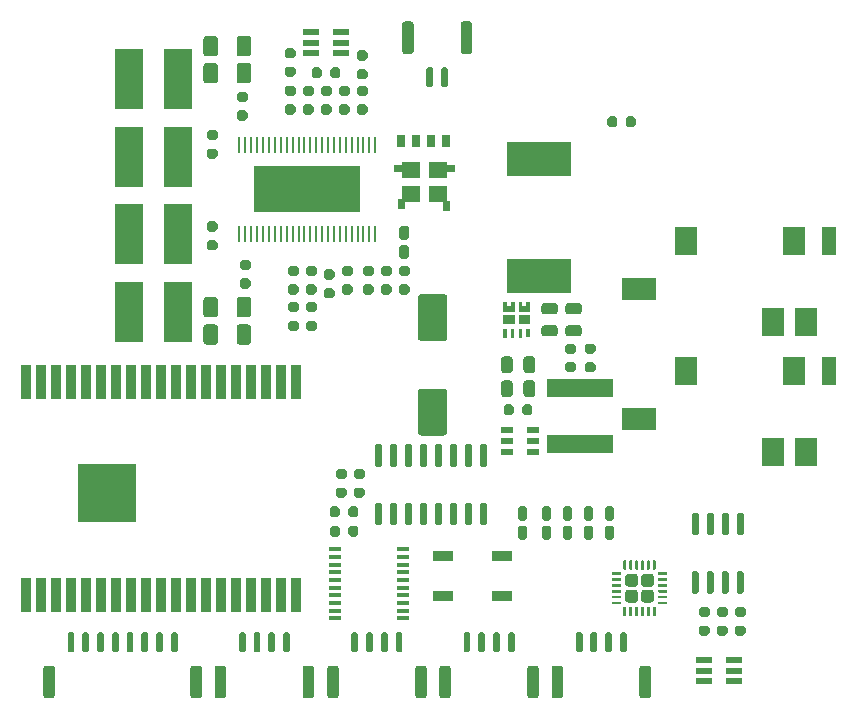
<source format=gbr>
G04 #@! TF.GenerationSoftware,KiCad,Pcbnew,(5.1.9)-1*
G04 #@! TF.CreationDate,2021-01-16T17:43:42+01:00*
G04 #@! TF.ProjectId,musical-box,6d757369-6361-46c2-9d62-6f782e6b6963,rev?*
G04 #@! TF.SameCoordinates,Original*
G04 #@! TF.FileFunction,Paste,Top*
G04 #@! TF.FilePolarity,Positive*
%FSLAX46Y46*%
G04 Gerber Fmt 4.6, Leading zero omitted, Abs format (unit mm)*
G04 Created by KiCad (PCBNEW (5.1.9)-1) date 2021-01-16 17:43:42*
%MOMM*%
%LPD*%
G01*
G04 APERTURE LIST*
%ADD10C,0.100000*%
%ADD11C,0.010000*%
%ADD12R,1.980000X2.480000*%
%ADD13R,2.880000X1.980000*%
%ADD14R,1.180000X2.480000*%
%ADD15R,0.250000X1.441200*%
%ADD16R,8.980000X3.880000*%
%ADD17R,4.980000X4.980000*%
%ADD18R,0.880000X2.980000*%
%ADD19R,0.330000X0.780000*%
%ADD20R,1.680000X0.880000*%
%ADD21R,1.412000X0.602000*%
%ADD22R,1.412000X0.480000*%
%ADD23R,0.730000X0.980000*%
%ADD24R,5.380000X2.880000*%
%ADD25R,2.330000X5.080000*%
%ADD26R,0.980000X0.380000*%
%ADD27R,1.040000X0.630000*%
%ADD28R,5.680000X1.580000*%
G04 APERTURE END LIST*
D10*
G36*
X393426500Y-150730000D02*
G01*
X393426500Y-151080000D01*
X393766500Y-151080000D01*
X393766500Y-150730000D01*
X394091500Y-150730000D01*
X394091500Y-151540000D01*
X393100500Y-151540000D01*
X393100500Y-150730000D01*
X393426500Y-150730000D01*
G37*
G36*
X392091500Y-150730000D02*
G01*
X392091500Y-151080000D01*
X392431500Y-151080000D01*
X392431500Y-150730000D01*
X392756500Y-150730000D01*
X392756500Y-151540000D01*
X391765500Y-151540000D01*
X391765500Y-150730000D01*
X392091500Y-150730000D01*
G37*
G36*
X394091500Y-151790000D02*
G01*
X394091500Y-152600000D01*
X393100500Y-152600000D01*
X393100500Y-151790000D01*
X394091500Y-151790000D01*
G37*
G36*
X392756500Y-151790000D02*
G01*
X392756500Y-152600000D01*
X391765500Y-152600000D01*
X391765500Y-151790000D01*
X392756500Y-151790000D01*
G37*
G36*
X392086000Y-152975000D02*
G01*
X392086000Y-153755000D01*
X391756000Y-153755000D01*
X391756000Y-152975000D01*
X392086000Y-152975000D01*
G37*
G36*
X392751000Y-152975000D02*
G01*
X392751000Y-153755000D01*
X392421000Y-153755000D01*
X392421000Y-152975000D01*
X392751000Y-152975000D01*
G37*
G36*
X393426000Y-152975000D02*
G01*
X393426000Y-153755000D01*
X393096000Y-153755000D01*
X393096000Y-152975000D01*
X393426000Y-152975000D01*
G37*
D11*
G36*
X387192000Y-142150500D02*
G01*
X387192000Y-142900500D01*
X386722000Y-142900500D01*
X386722000Y-142150500D01*
X387192000Y-142150500D01*
G37*
X387192000Y-142150500D02*
X387192000Y-142900500D01*
X386722000Y-142900500D01*
X386722000Y-142150500D01*
X387192000Y-142150500D01*
G36*
X383417000Y-139155000D02*
G01*
X383417000Y-139645000D01*
X382512000Y-139645000D01*
X382512000Y-139155000D01*
X383417000Y-139155000D01*
G37*
X383417000Y-139155000D02*
X383417000Y-139645000D01*
X382512000Y-139645000D01*
X382512000Y-139155000D01*
X383417000Y-139155000D01*
G36*
X387592000Y-139155000D02*
G01*
X387592000Y-139645000D01*
X386687000Y-139645000D01*
X386687000Y-139155000D01*
X387592000Y-139155000D01*
G37*
X387592000Y-139155000D02*
X387592000Y-139645000D01*
X386687000Y-139645000D01*
X386687000Y-139155000D01*
X387592000Y-139155000D01*
G36*
X383382000Y-142023500D02*
G01*
X383382000Y-142773500D01*
X382912000Y-142773500D01*
X382912000Y-142023500D01*
X383382000Y-142023500D01*
G37*
X383382000Y-142023500D02*
X383382000Y-142773500D01*
X382912000Y-142773500D01*
X382912000Y-142023500D01*
X383382000Y-142023500D01*
G36*
X386912000Y-138895000D02*
G01*
X386912000Y-140175000D01*
X385472000Y-140175000D01*
X385472000Y-138895000D01*
X386912000Y-138895000D01*
G37*
X386912000Y-138895000D02*
X386912000Y-140175000D01*
X385472000Y-140175000D01*
X385472000Y-138895000D01*
X386912000Y-138895000D01*
G36*
X386912000Y-140925000D02*
G01*
X386912000Y-142205000D01*
X385472000Y-142205000D01*
X385472000Y-140925000D01*
X386912000Y-140925000D01*
G37*
X386912000Y-140925000D02*
X386912000Y-142205000D01*
X385472000Y-142205000D01*
X385472000Y-140925000D01*
X386912000Y-140925000D01*
G36*
X384632000Y-138895000D02*
G01*
X384632000Y-140175000D01*
X383192000Y-140175000D01*
X383192000Y-138895000D01*
X384632000Y-138895000D01*
G37*
X384632000Y-138895000D02*
X384632000Y-140175000D01*
X383192000Y-140175000D01*
X383192000Y-138895000D01*
X384632000Y-138895000D01*
G36*
X384632000Y-140925000D02*
G01*
X384632000Y-142205000D01*
X383192000Y-142205000D01*
X383192000Y-140925000D01*
X384632000Y-140925000D01*
G37*
X384632000Y-140925000D02*
X384632000Y-142205000D01*
X383192000Y-142205000D01*
X383192000Y-140925000D01*
X384632000Y-140925000D01*
G36*
G01*
X373498000Y-134075000D02*
X374038000Y-134075000D01*
G75*
G02*
X374233000Y-134270000I0J-195000D01*
G01*
X374233000Y-134660000D01*
G75*
G02*
X374038000Y-134855000I-195000J0D01*
G01*
X373498000Y-134855000D01*
G75*
G02*
X373303000Y-134660000I0J195000D01*
G01*
X373303000Y-134270000D01*
G75*
G02*
X373498000Y-134075000I195000J0D01*
G01*
G37*
G36*
G01*
X373498000Y-132425000D02*
X374038000Y-132425000D01*
G75*
G02*
X374233000Y-132620000I0J-195000D01*
G01*
X374233000Y-133010000D01*
G75*
G02*
X374038000Y-133205000I-195000J0D01*
G01*
X373498000Y-133205000D01*
G75*
G02*
X373303000Y-133010000I0J195000D01*
G01*
X373303000Y-132620000D01*
G75*
G02*
X373498000Y-132425000I195000J0D01*
G01*
G37*
D12*
X417451600Y-163450000D03*
X407251600Y-156550000D03*
D13*
X403301600Y-160650000D03*
D12*
X414651600Y-163450000D03*
X416451600Y-156550000D03*
D14*
X419351600Y-156550000D03*
D12*
X417451600Y-152450000D03*
X407251600Y-145550000D03*
D13*
X403301600Y-149650000D03*
D12*
X414651600Y-152450000D03*
X416451600Y-145550000D03*
D14*
X419351600Y-145550000D03*
D15*
X369465801Y-144971501D03*
X369965800Y-144971501D03*
X370465799Y-144971501D03*
X370965801Y-144971501D03*
X371465800Y-144971501D03*
X371965799Y-144971501D03*
X372465800Y-144971501D03*
X372965799Y-144971501D03*
X373465801Y-144971501D03*
X373965800Y-144971501D03*
X374465799Y-144971501D03*
X374965800Y-144971501D03*
X375465800Y-144971501D03*
X375965801Y-144971501D03*
X376465800Y-144971501D03*
X376965799Y-144971501D03*
X377465801Y-144971501D03*
X377965800Y-144971501D03*
X378465801Y-144971501D03*
X378965800Y-144971501D03*
X379465799Y-144971501D03*
X379965801Y-144971501D03*
X380465800Y-144971501D03*
X380965801Y-144971501D03*
X380965799Y-137421499D03*
X380465800Y-137421499D03*
X379965801Y-137421499D03*
X379465799Y-137421499D03*
X378965800Y-137421499D03*
X378465799Y-137421499D03*
X377965800Y-137421499D03*
X377465801Y-137421499D03*
X376965799Y-137421499D03*
X376465800Y-137421499D03*
X375965798Y-137421499D03*
X375465800Y-137421499D03*
X374965800Y-137421499D03*
X374465799Y-137421499D03*
X373965800Y-137421499D03*
X373465801Y-137421499D03*
X372965799Y-137421499D03*
X372465800Y-137421499D03*
X371965799Y-137421499D03*
X371465800Y-137421499D03*
X370965801Y-137421499D03*
X370465799Y-137421499D03*
X369965800Y-137421499D03*
X369465799Y-137421499D03*
D16*
X375215800Y-141196500D03*
D17*
X358277000Y-166904000D03*
D18*
X351357000Y-175504000D03*
X352627000Y-175504000D03*
X353897000Y-175504000D03*
X355167000Y-175504000D03*
X356437000Y-175504000D03*
X357707000Y-175504000D03*
X358977000Y-175504000D03*
X360247000Y-175504000D03*
X361517000Y-175504000D03*
X362787000Y-175504000D03*
X364057000Y-175504000D03*
X365327000Y-175504000D03*
X366597000Y-175504000D03*
X367867000Y-175504000D03*
X369167000Y-175504000D03*
X370437000Y-175504000D03*
X371707000Y-175504000D03*
X372977000Y-175504000D03*
X374247000Y-175504000D03*
X374247000Y-157504000D03*
X372977000Y-157504000D03*
X371707000Y-157504000D03*
X370437000Y-157504000D03*
X369167000Y-157504000D03*
X367867000Y-157474000D03*
X366597000Y-157474000D03*
X365327000Y-157474000D03*
X364057000Y-157474000D03*
X362787000Y-157474000D03*
X361517000Y-157474000D03*
X360247000Y-157474000D03*
X358977000Y-157474000D03*
X357707000Y-157474000D03*
X356437000Y-157474000D03*
X355167000Y-157474000D03*
X353897000Y-157474000D03*
X352627000Y-157474000D03*
X351357000Y-157474000D03*
D19*
X393931000Y-153365000D03*
G36*
G01*
X388180000Y-129500000D02*
X388180000Y-127210000D01*
G75*
G02*
X388425000Y-126965000I245000J0D01*
G01*
X388915000Y-126965000D01*
G75*
G02*
X389160000Y-127210000I0J-245000D01*
G01*
X389160000Y-129500000D01*
G75*
G02*
X388915000Y-129745000I-245000J0D01*
G01*
X388425000Y-129745000D01*
G75*
G02*
X388180000Y-129500000I0J245000D01*
G01*
G37*
G36*
G01*
X383230000Y-129500000D02*
X383230000Y-127210000D01*
G75*
G02*
X383475000Y-126965000I245000J0D01*
G01*
X383965000Y-126965000D01*
G75*
G02*
X384210000Y-127210000I0J-245000D01*
G01*
X384210000Y-129500000D01*
G75*
G02*
X383965000Y-129745000I-245000J0D01*
G01*
X383475000Y-129745000D01*
G75*
G02*
X383230000Y-129500000I0J245000D01*
G01*
G37*
G36*
G01*
X386530000Y-132400000D02*
X386530000Y-131010000D01*
G75*
G02*
X386675000Y-130865000I145000J0D01*
G01*
X386965000Y-130865000D01*
G75*
G02*
X387110000Y-131010000I0J-145000D01*
G01*
X387110000Y-132400000D01*
G75*
G02*
X386965000Y-132545000I-145000J0D01*
G01*
X386675000Y-132545000D01*
G75*
G02*
X386530000Y-132400000I0J145000D01*
G01*
G37*
G36*
G01*
X385280000Y-132400000D02*
X385280000Y-131010000D01*
G75*
G02*
X385425000Y-130865000I145000J0D01*
G01*
X385715000Y-130865000D01*
G75*
G02*
X385860000Y-131010000I0J-145000D01*
G01*
X385860000Y-132400000D01*
G75*
G02*
X385715000Y-132545000I-145000J0D01*
G01*
X385425000Y-132545000D01*
G75*
G02*
X385280000Y-132400000I0J145000D01*
G01*
G37*
G36*
G01*
X383620500Y-145459000D02*
X383205500Y-145459000D01*
G75*
G02*
X382998000Y-145251500I0J207500D01*
G01*
X382998000Y-144461500D01*
G75*
G02*
X383205500Y-144254000I207500J0D01*
G01*
X383620500Y-144254000D01*
G75*
G02*
X383828000Y-144461500I0J-207500D01*
G01*
X383828000Y-145251500D01*
G75*
G02*
X383620500Y-145459000I-207500J0D01*
G01*
G37*
G36*
G01*
X383620500Y-147084000D02*
X383205500Y-147084000D01*
G75*
G02*
X382998000Y-146876500I0J207500D01*
G01*
X382998000Y-146086500D01*
G75*
G02*
X383205500Y-145879000I207500J0D01*
G01*
X383620500Y-145879000D01*
G75*
G02*
X383828000Y-146086500I0J-207500D01*
G01*
X383828000Y-146876500D01*
G75*
G02*
X383620500Y-147084000I-207500J0D01*
G01*
G37*
G36*
G01*
X384822000Y-158054000D02*
X386806000Y-158054000D01*
G75*
G02*
X387054000Y-158302000I0J-248000D01*
G01*
X387054000Y-161786000D01*
G75*
G02*
X386806000Y-162034000I-248000J0D01*
G01*
X384822000Y-162034000D01*
G75*
G02*
X384574000Y-161786000I0J248000D01*
G01*
X384574000Y-158302000D01*
G75*
G02*
X384822000Y-158054000I248000J0D01*
G01*
G37*
G36*
G01*
X384822000Y-150054000D02*
X386806000Y-150054000D01*
G75*
G02*
X387054000Y-150302000I0J-248000D01*
G01*
X387054000Y-153786000D01*
G75*
G02*
X386806000Y-154034000I-248000J0D01*
G01*
X384822000Y-154034000D01*
G75*
G02*
X384574000Y-153786000I0J248000D01*
G01*
X384574000Y-150302000D01*
G75*
G02*
X384822000Y-150054000I248000J0D01*
G01*
G37*
G36*
G01*
X393413000Y-160105250D02*
X393413000Y-159602750D01*
G75*
G02*
X393626750Y-159389000I213750J0D01*
G01*
X394054250Y-159389000D01*
G75*
G02*
X394268000Y-159602750I0J-213750D01*
G01*
X394268000Y-160105250D01*
G75*
G02*
X394054250Y-160319000I-213750J0D01*
G01*
X393626750Y-160319000D01*
G75*
G02*
X393413000Y-160105250I0J213750D01*
G01*
G37*
G36*
G01*
X391838000Y-160105250D02*
X391838000Y-159602750D01*
G75*
G02*
X392051750Y-159389000I213750J0D01*
G01*
X392479250Y-159389000D01*
G75*
G02*
X392693000Y-159602750I0J-213750D01*
G01*
X392693000Y-160105250D01*
G75*
G02*
X392479250Y-160319000I-213750J0D01*
G01*
X392051750Y-160319000D01*
G75*
G02*
X391838000Y-160105250I0J213750D01*
G01*
G37*
G36*
G01*
X393513000Y-158546000D02*
X393513000Y-157606000D01*
G75*
G02*
X393758000Y-157361000I245000J0D01*
G01*
X394248000Y-157361000D01*
G75*
G02*
X394493000Y-157606000I0J-245000D01*
G01*
X394493000Y-158546000D01*
G75*
G02*
X394248000Y-158791000I-245000J0D01*
G01*
X393758000Y-158791000D01*
G75*
G02*
X393513000Y-158546000I0J245000D01*
G01*
G37*
G36*
G01*
X391613000Y-158546000D02*
X391613000Y-157606000D01*
G75*
G02*
X391858000Y-157361000I245000J0D01*
G01*
X392348000Y-157361000D01*
G75*
G02*
X392593000Y-157606000I0J-245000D01*
G01*
X392593000Y-158546000D01*
G75*
G02*
X392348000Y-158791000I-245000J0D01*
G01*
X391858000Y-158791000D01*
G75*
G02*
X391613000Y-158546000I0J245000D01*
G01*
G37*
G36*
G01*
X393513000Y-156514000D02*
X393513000Y-155574000D01*
G75*
G02*
X393758000Y-155329000I245000J0D01*
G01*
X394248000Y-155329000D01*
G75*
G02*
X394493000Y-155574000I0J-245000D01*
G01*
X394493000Y-156514000D01*
G75*
G02*
X394248000Y-156759000I-245000J0D01*
G01*
X393758000Y-156759000D01*
G75*
G02*
X393513000Y-156514000I0J245000D01*
G01*
G37*
G36*
G01*
X391613000Y-156514000D02*
X391613000Y-155574000D01*
G75*
G02*
X391858000Y-155329000I245000J0D01*
G01*
X392348000Y-155329000D01*
G75*
G02*
X392593000Y-155574000I0J-245000D01*
G01*
X392593000Y-156514000D01*
G75*
G02*
X392348000Y-156759000I-245000J0D01*
G01*
X391858000Y-156759000D01*
G75*
G02*
X391613000Y-156514000I0J245000D01*
G01*
G37*
G36*
G01*
X395673500Y-169232500D02*
X395258500Y-169232500D01*
G75*
G02*
X395051000Y-169025000I0J207500D01*
G01*
X395051000Y-168235000D01*
G75*
G02*
X395258500Y-168027500I207500J0D01*
G01*
X395673500Y-168027500D01*
G75*
G02*
X395881000Y-168235000I0J-207500D01*
G01*
X395881000Y-169025000D01*
G75*
G02*
X395673500Y-169232500I-207500J0D01*
G01*
G37*
G36*
G01*
X395673500Y-170857500D02*
X395258500Y-170857500D01*
G75*
G02*
X395051000Y-170650000I0J207500D01*
G01*
X395051000Y-169860000D01*
G75*
G02*
X395258500Y-169652500I207500J0D01*
G01*
X395673500Y-169652500D01*
G75*
G02*
X395881000Y-169860000I0J-207500D01*
G01*
X395881000Y-170650000D01*
G75*
G02*
X395673500Y-170857500I-207500J0D01*
G01*
G37*
D20*
X391656000Y-172251000D03*
X391656000Y-175651000D03*
X386703000Y-175651000D03*
X386703000Y-172251000D03*
D21*
X411375000Y-181068000D03*
D22*
X411375000Y-181952000D03*
D21*
X411375000Y-182836000D03*
X408767000Y-182836000D03*
D22*
X408767000Y-181952000D03*
D21*
X408767000Y-181068000D03*
G36*
G01*
X408196000Y-170497000D02*
X407906000Y-170497000D01*
G75*
G02*
X407761000Y-170352000I0J145000D01*
G01*
X407761000Y-168712000D01*
G75*
G02*
X407906000Y-168567000I145000J0D01*
G01*
X408196000Y-168567000D01*
G75*
G02*
X408341000Y-168712000I0J-145000D01*
G01*
X408341000Y-170352000D01*
G75*
G02*
X408196000Y-170497000I-145000J0D01*
G01*
G37*
G36*
G01*
X409466000Y-170497000D02*
X409176000Y-170497000D01*
G75*
G02*
X409031000Y-170352000I0J145000D01*
G01*
X409031000Y-168712000D01*
G75*
G02*
X409176000Y-168567000I145000J0D01*
G01*
X409466000Y-168567000D01*
G75*
G02*
X409611000Y-168712000I0J-145000D01*
G01*
X409611000Y-170352000D01*
G75*
G02*
X409466000Y-170497000I-145000J0D01*
G01*
G37*
G36*
G01*
X410736000Y-170497000D02*
X410446000Y-170497000D01*
G75*
G02*
X410301000Y-170352000I0J145000D01*
G01*
X410301000Y-168712000D01*
G75*
G02*
X410446000Y-168567000I145000J0D01*
G01*
X410736000Y-168567000D01*
G75*
G02*
X410881000Y-168712000I0J-145000D01*
G01*
X410881000Y-170352000D01*
G75*
G02*
X410736000Y-170497000I-145000J0D01*
G01*
G37*
G36*
G01*
X412006000Y-170497000D02*
X411716000Y-170497000D01*
G75*
G02*
X411571000Y-170352000I0J145000D01*
G01*
X411571000Y-168712000D01*
G75*
G02*
X411716000Y-168567000I145000J0D01*
G01*
X412006000Y-168567000D01*
G75*
G02*
X412151000Y-168712000I0J-145000D01*
G01*
X412151000Y-170352000D01*
G75*
G02*
X412006000Y-170497000I-145000J0D01*
G01*
G37*
G36*
G01*
X412006000Y-175447000D02*
X411716000Y-175447000D01*
G75*
G02*
X411571000Y-175302000I0J145000D01*
G01*
X411571000Y-173662000D01*
G75*
G02*
X411716000Y-173517000I145000J0D01*
G01*
X412006000Y-173517000D01*
G75*
G02*
X412151000Y-173662000I0J-145000D01*
G01*
X412151000Y-175302000D01*
G75*
G02*
X412006000Y-175447000I-145000J0D01*
G01*
G37*
G36*
G01*
X410736000Y-175447000D02*
X410446000Y-175447000D01*
G75*
G02*
X410301000Y-175302000I0J145000D01*
G01*
X410301000Y-173662000D01*
G75*
G02*
X410446000Y-173517000I145000J0D01*
G01*
X410736000Y-173517000D01*
G75*
G02*
X410881000Y-173662000I0J-145000D01*
G01*
X410881000Y-175302000D01*
G75*
G02*
X410736000Y-175447000I-145000J0D01*
G01*
G37*
G36*
G01*
X409466000Y-175447000D02*
X409176000Y-175447000D01*
G75*
G02*
X409031000Y-175302000I0J145000D01*
G01*
X409031000Y-173662000D01*
G75*
G02*
X409176000Y-173517000I145000J0D01*
G01*
X409466000Y-173517000D01*
G75*
G02*
X409611000Y-173662000I0J-145000D01*
G01*
X409611000Y-175302000D01*
G75*
G02*
X409466000Y-175447000I-145000J0D01*
G01*
G37*
G36*
G01*
X408196000Y-175447000D02*
X407906000Y-175447000D01*
G75*
G02*
X407761000Y-175302000I0J145000D01*
G01*
X407761000Y-173662000D01*
G75*
G02*
X407906000Y-173517000I145000J0D01*
G01*
X408196000Y-173517000D01*
G75*
G02*
X408341000Y-173662000I0J-145000D01*
G01*
X408341000Y-175302000D01*
G75*
G02*
X408196000Y-175447000I-145000J0D01*
G01*
G37*
D23*
X386957000Y-137057500D03*
X383147000Y-137057500D03*
X385687000Y-137057500D03*
X384417000Y-137057500D03*
G36*
G01*
X353840000Y-181755000D02*
X353840000Y-184045000D01*
G75*
G02*
X353595000Y-184290000I-245000J0D01*
G01*
X353105000Y-184290000D01*
G75*
G02*
X352860000Y-184045000I0J245000D01*
G01*
X352860000Y-181755000D01*
G75*
G02*
X353105000Y-181510000I245000J0D01*
G01*
X353595000Y-181510000D01*
G75*
G02*
X353840000Y-181755000I0J-245000D01*
G01*
G37*
G36*
G01*
X366290000Y-181755000D02*
X366290000Y-184045000D01*
G75*
G02*
X366045000Y-184290000I-245000J0D01*
G01*
X365555000Y-184290000D01*
G75*
G02*
X365310000Y-184045000I0J245000D01*
G01*
X365310000Y-181755000D01*
G75*
G02*
X365555000Y-181510000I245000J0D01*
G01*
X366045000Y-181510000D01*
G75*
G02*
X366290000Y-181755000I0J-245000D01*
G01*
G37*
G36*
G01*
X355490000Y-178855000D02*
X355490000Y-180245000D01*
G75*
G02*
X355345000Y-180390000I-145000J0D01*
G01*
X355055000Y-180390000D01*
G75*
G02*
X354910000Y-180245000I0J145000D01*
G01*
X354910000Y-178855000D01*
G75*
G02*
X355055000Y-178710000I145000J0D01*
G01*
X355345000Y-178710000D01*
G75*
G02*
X355490000Y-178855000I0J-145000D01*
G01*
G37*
G36*
G01*
X356740000Y-178855000D02*
X356740000Y-180245000D01*
G75*
G02*
X356595000Y-180390000I-145000J0D01*
G01*
X356305000Y-180390000D01*
G75*
G02*
X356160000Y-180245000I0J145000D01*
G01*
X356160000Y-178855000D01*
G75*
G02*
X356305000Y-178710000I145000J0D01*
G01*
X356595000Y-178710000D01*
G75*
G02*
X356740000Y-178855000I0J-145000D01*
G01*
G37*
G36*
G01*
X357990000Y-178855000D02*
X357990000Y-180245000D01*
G75*
G02*
X357845000Y-180390000I-145000J0D01*
G01*
X357555000Y-180390000D01*
G75*
G02*
X357410000Y-180245000I0J145000D01*
G01*
X357410000Y-178855000D01*
G75*
G02*
X357555000Y-178710000I145000J0D01*
G01*
X357845000Y-178710000D01*
G75*
G02*
X357990000Y-178855000I0J-145000D01*
G01*
G37*
G36*
G01*
X359240000Y-178855000D02*
X359240000Y-180245000D01*
G75*
G02*
X359095000Y-180390000I-145000J0D01*
G01*
X358805000Y-180390000D01*
G75*
G02*
X358660000Y-180245000I0J145000D01*
G01*
X358660000Y-178855000D01*
G75*
G02*
X358805000Y-178710000I145000J0D01*
G01*
X359095000Y-178710000D01*
G75*
G02*
X359240000Y-178855000I0J-145000D01*
G01*
G37*
G36*
G01*
X360490000Y-178855000D02*
X360490000Y-180245000D01*
G75*
G02*
X360345000Y-180390000I-145000J0D01*
G01*
X360055000Y-180390000D01*
G75*
G02*
X359910000Y-180245000I0J145000D01*
G01*
X359910000Y-178855000D01*
G75*
G02*
X360055000Y-178710000I145000J0D01*
G01*
X360345000Y-178710000D01*
G75*
G02*
X360490000Y-178855000I0J-145000D01*
G01*
G37*
G36*
G01*
X361740000Y-178855000D02*
X361740000Y-180245000D01*
G75*
G02*
X361595000Y-180390000I-145000J0D01*
G01*
X361305000Y-180390000D01*
G75*
G02*
X361160000Y-180245000I0J145000D01*
G01*
X361160000Y-178855000D01*
G75*
G02*
X361305000Y-178710000I145000J0D01*
G01*
X361595000Y-178710000D01*
G75*
G02*
X361740000Y-178855000I0J-145000D01*
G01*
G37*
G36*
G01*
X362990000Y-178855000D02*
X362990000Y-180245000D01*
G75*
G02*
X362845000Y-180390000I-145000J0D01*
G01*
X362555000Y-180390000D01*
G75*
G02*
X362410000Y-180245000I0J145000D01*
G01*
X362410000Y-178855000D01*
G75*
G02*
X362555000Y-178710000I145000J0D01*
G01*
X362845000Y-178710000D01*
G75*
G02*
X362990000Y-178855000I0J-145000D01*
G01*
G37*
G36*
G01*
X364240000Y-178855000D02*
X364240000Y-180245000D01*
G75*
G02*
X364095000Y-180390000I-145000J0D01*
G01*
X363805000Y-180390000D01*
G75*
G02*
X363660000Y-180245000I0J145000D01*
G01*
X363660000Y-178855000D01*
G75*
G02*
X363805000Y-178710000I145000J0D01*
G01*
X364095000Y-178710000D01*
G75*
G02*
X364240000Y-178855000I0J-145000D01*
G01*
G37*
D21*
X375493000Y-129672500D03*
D22*
X375493000Y-128788500D03*
D21*
X375493000Y-127904500D03*
X378101000Y-127904500D03*
D22*
X378101000Y-128788500D03*
D21*
X378101000Y-129672500D03*
D24*
X394831000Y-148548000D03*
X394831000Y-138648000D03*
D25*
X360117000Y-131846000D03*
X364267000Y-131846000D03*
X360117000Y-138450000D03*
X364267000Y-138450000D03*
X360125000Y-145000000D03*
X364275000Y-145000000D03*
X360117000Y-151600000D03*
X364267000Y-151600000D03*
D26*
X383326000Y-171661000D03*
X383326000Y-172311000D03*
X383326000Y-172961000D03*
X383326000Y-173611000D03*
X383326000Y-174261000D03*
X383326000Y-174911000D03*
X383326000Y-175561000D03*
X383326000Y-176211000D03*
X383326000Y-176861000D03*
X383326000Y-177511000D03*
X377526000Y-177511000D03*
X377526000Y-176861000D03*
X377526000Y-176211000D03*
X377526000Y-175561000D03*
X377526000Y-174911000D03*
X377526000Y-174261000D03*
X377526000Y-173611000D03*
X377526000Y-172961000D03*
X377526000Y-172311000D03*
X377526000Y-171661000D03*
G36*
G01*
X381387000Y-164694000D02*
X381097000Y-164694000D01*
G75*
G02*
X380952000Y-164549000I0J145000D01*
G01*
X380952000Y-162909000D01*
G75*
G02*
X381097000Y-162764000I145000J0D01*
G01*
X381387000Y-162764000D01*
G75*
G02*
X381532000Y-162909000I0J-145000D01*
G01*
X381532000Y-164549000D01*
G75*
G02*
X381387000Y-164694000I-145000J0D01*
G01*
G37*
G36*
G01*
X382657000Y-164694000D02*
X382367000Y-164694000D01*
G75*
G02*
X382222000Y-164549000I0J145000D01*
G01*
X382222000Y-162909000D01*
G75*
G02*
X382367000Y-162764000I145000J0D01*
G01*
X382657000Y-162764000D01*
G75*
G02*
X382802000Y-162909000I0J-145000D01*
G01*
X382802000Y-164549000D01*
G75*
G02*
X382657000Y-164694000I-145000J0D01*
G01*
G37*
G36*
G01*
X383927000Y-164694000D02*
X383637000Y-164694000D01*
G75*
G02*
X383492000Y-164549000I0J145000D01*
G01*
X383492000Y-162909000D01*
G75*
G02*
X383637000Y-162764000I145000J0D01*
G01*
X383927000Y-162764000D01*
G75*
G02*
X384072000Y-162909000I0J-145000D01*
G01*
X384072000Y-164549000D01*
G75*
G02*
X383927000Y-164694000I-145000J0D01*
G01*
G37*
G36*
G01*
X385197000Y-164694000D02*
X384907000Y-164694000D01*
G75*
G02*
X384762000Y-164549000I0J145000D01*
G01*
X384762000Y-162909000D01*
G75*
G02*
X384907000Y-162764000I145000J0D01*
G01*
X385197000Y-162764000D01*
G75*
G02*
X385342000Y-162909000I0J-145000D01*
G01*
X385342000Y-164549000D01*
G75*
G02*
X385197000Y-164694000I-145000J0D01*
G01*
G37*
G36*
G01*
X386467000Y-164694000D02*
X386177000Y-164694000D01*
G75*
G02*
X386032000Y-164549000I0J145000D01*
G01*
X386032000Y-162909000D01*
G75*
G02*
X386177000Y-162764000I145000J0D01*
G01*
X386467000Y-162764000D01*
G75*
G02*
X386612000Y-162909000I0J-145000D01*
G01*
X386612000Y-164549000D01*
G75*
G02*
X386467000Y-164694000I-145000J0D01*
G01*
G37*
G36*
G01*
X387737000Y-164694000D02*
X387447000Y-164694000D01*
G75*
G02*
X387302000Y-164549000I0J145000D01*
G01*
X387302000Y-162909000D01*
G75*
G02*
X387447000Y-162764000I145000J0D01*
G01*
X387737000Y-162764000D01*
G75*
G02*
X387882000Y-162909000I0J-145000D01*
G01*
X387882000Y-164549000D01*
G75*
G02*
X387737000Y-164694000I-145000J0D01*
G01*
G37*
G36*
G01*
X389007000Y-164694000D02*
X388717000Y-164694000D01*
G75*
G02*
X388572000Y-164549000I0J145000D01*
G01*
X388572000Y-162909000D01*
G75*
G02*
X388717000Y-162764000I145000J0D01*
G01*
X389007000Y-162764000D01*
G75*
G02*
X389152000Y-162909000I0J-145000D01*
G01*
X389152000Y-164549000D01*
G75*
G02*
X389007000Y-164694000I-145000J0D01*
G01*
G37*
G36*
G01*
X390277000Y-164694000D02*
X389987000Y-164694000D01*
G75*
G02*
X389842000Y-164549000I0J145000D01*
G01*
X389842000Y-162909000D01*
G75*
G02*
X389987000Y-162764000I145000J0D01*
G01*
X390277000Y-162764000D01*
G75*
G02*
X390422000Y-162909000I0J-145000D01*
G01*
X390422000Y-164549000D01*
G75*
G02*
X390277000Y-164694000I-145000J0D01*
G01*
G37*
G36*
G01*
X390277000Y-169644000D02*
X389987000Y-169644000D01*
G75*
G02*
X389842000Y-169499000I0J145000D01*
G01*
X389842000Y-167859000D01*
G75*
G02*
X389987000Y-167714000I145000J0D01*
G01*
X390277000Y-167714000D01*
G75*
G02*
X390422000Y-167859000I0J-145000D01*
G01*
X390422000Y-169499000D01*
G75*
G02*
X390277000Y-169644000I-145000J0D01*
G01*
G37*
G36*
G01*
X389007000Y-169644000D02*
X388717000Y-169644000D01*
G75*
G02*
X388572000Y-169499000I0J145000D01*
G01*
X388572000Y-167859000D01*
G75*
G02*
X388717000Y-167714000I145000J0D01*
G01*
X389007000Y-167714000D01*
G75*
G02*
X389152000Y-167859000I0J-145000D01*
G01*
X389152000Y-169499000D01*
G75*
G02*
X389007000Y-169644000I-145000J0D01*
G01*
G37*
G36*
G01*
X387737000Y-169644000D02*
X387447000Y-169644000D01*
G75*
G02*
X387302000Y-169499000I0J145000D01*
G01*
X387302000Y-167859000D01*
G75*
G02*
X387447000Y-167714000I145000J0D01*
G01*
X387737000Y-167714000D01*
G75*
G02*
X387882000Y-167859000I0J-145000D01*
G01*
X387882000Y-169499000D01*
G75*
G02*
X387737000Y-169644000I-145000J0D01*
G01*
G37*
G36*
G01*
X386467000Y-169644000D02*
X386177000Y-169644000D01*
G75*
G02*
X386032000Y-169499000I0J145000D01*
G01*
X386032000Y-167859000D01*
G75*
G02*
X386177000Y-167714000I145000J0D01*
G01*
X386467000Y-167714000D01*
G75*
G02*
X386612000Y-167859000I0J-145000D01*
G01*
X386612000Y-169499000D01*
G75*
G02*
X386467000Y-169644000I-145000J0D01*
G01*
G37*
G36*
G01*
X385197000Y-169644000D02*
X384907000Y-169644000D01*
G75*
G02*
X384762000Y-169499000I0J145000D01*
G01*
X384762000Y-167859000D01*
G75*
G02*
X384907000Y-167714000I145000J0D01*
G01*
X385197000Y-167714000D01*
G75*
G02*
X385342000Y-167859000I0J-145000D01*
G01*
X385342000Y-169499000D01*
G75*
G02*
X385197000Y-169644000I-145000J0D01*
G01*
G37*
G36*
G01*
X383927000Y-169644000D02*
X383637000Y-169644000D01*
G75*
G02*
X383492000Y-169499000I0J145000D01*
G01*
X383492000Y-167859000D01*
G75*
G02*
X383637000Y-167714000I145000J0D01*
G01*
X383927000Y-167714000D01*
G75*
G02*
X384072000Y-167859000I0J-145000D01*
G01*
X384072000Y-169499000D01*
G75*
G02*
X383927000Y-169644000I-145000J0D01*
G01*
G37*
G36*
G01*
X382657000Y-169644000D02*
X382367000Y-169644000D01*
G75*
G02*
X382222000Y-169499000I0J145000D01*
G01*
X382222000Y-167859000D01*
G75*
G02*
X382367000Y-167714000I145000J0D01*
G01*
X382657000Y-167714000D01*
G75*
G02*
X382802000Y-167859000I0J-145000D01*
G01*
X382802000Y-169499000D01*
G75*
G02*
X382657000Y-169644000I-145000J0D01*
G01*
G37*
G36*
G01*
X381387000Y-169644000D02*
X381097000Y-169644000D01*
G75*
G02*
X380952000Y-169499000I0J145000D01*
G01*
X380952000Y-167859000D01*
G75*
G02*
X381097000Y-167714000I145000J0D01*
G01*
X381387000Y-167714000D01*
G75*
G02*
X381532000Y-167859000I0J-145000D01*
G01*
X381532000Y-169499000D01*
G75*
G02*
X381387000Y-169644000I-145000J0D01*
G01*
G37*
D27*
X392080000Y-162521000D03*
X392080000Y-163471000D03*
X392080000Y-161571000D03*
X394280000Y-161571000D03*
X394280000Y-162521000D03*
X394280000Y-163471000D03*
G36*
G01*
X403210000Y-173996999D02*
X403210000Y-174587001D01*
G75*
G02*
X402960001Y-174837000I-249999J0D01*
G01*
X402369999Y-174837000D01*
G75*
G02*
X402120000Y-174587001I0J249999D01*
G01*
X402120000Y-173996999D01*
G75*
G02*
X402369999Y-173747000I249999J0D01*
G01*
X402960001Y-173747000D01*
G75*
G02*
X403210000Y-173996999I0J-249999D01*
G01*
G37*
G36*
G01*
X403210000Y-175346999D02*
X403210000Y-175937001D01*
G75*
G02*
X402960001Y-176187000I-249999J0D01*
G01*
X402369999Y-176187000D01*
G75*
G02*
X402120000Y-175937001I0J249999D01*
G01*
X402120000Y-175346999D01*
G75*
G02*
X402369999Y-175097000I249999J0D01*
G01*
X402960001Y-175097000D01*
G75*
G02*
X403210000Y-175346999I0J-249999D01*
G01*
G37*
G36*
G01*
X404560000Y-173996999D02*
X404560000Y-174587001D01*
G75*
G02*
X404310001Y-174837000I-249999J0D01*
G01*
X403719999Y-174837000D01*
G75*
G02*
X403470000Y-174587001I0J249999D01*
G01*
X403470000Y-173996999D01*
G75*
G02*
X403719999Y-173747000I249999J0D01*
G01*
X404310001Y-173747000D01*
G75*
G02*
X404560000Y-173996999I0J-249999D01*
G01*
G37*
G36*
G01*
X404560000Y-175346999D02*
X404560000Y-175937001D01*
G75*
G02*
X404310001Y-176187000I-249999J0D01*
G01*
X403719999Y-176187000D01*
G75*
G02*
X403470000Y-175937001I0J249999D01*
G01*
X403470000Y-175346999D01*
G75*
G02*
X403719999Y-175097000I249999J0D01*
G01*
X404310001Y-175097000D01*
G75*
G02*
X404560000Y-175346999I0J-249999D01*
G01*
G37*
G36*
G01*
X404705000Y-176584500D02*
X404705000Y-177274500D01*
G75*
G02*
X404647500Y-177332000I-57500J0D01*
G01*
X404532500Y-177332000D01*
G75*
G02*
X404475000Y-177274500I0J57500D01*
G01*
X404475000Y-176584500D01*
G75*
G02*
X404532500Y-176527000I57500J0D01*
G01*
X404647500Y-176527000D01*
G75*
G02*
X404705000Y-176584500I0J-57500D01*
G01*
G37*
G36*
G01*
X404205000Y-176584500D02*
X404205000Y-177274500D01*
G75*
G02*
X404147500Y-177332000I-57500J0D01*
G01*
X404032500Y-177332000D01*
G75*
G02*
X403975000Y-177274500I0J57500D01*
G01*
X403975000Y-176584500D01*
G75*
G02*
X404032500Y-176527000I57500J0D01*
G01*
X404147500Y-176527000D01*
G75*
G02*
X404205000Y-176584500I0J-57500D01*
G01*
G37*
G36*
G01*
X403705000Y-176584500D02*
X403705000Y-177274500D01*
G75*
G02*
X403647500Y-177332000I-57500J0D01*
G01*
X403532500Y-177332000D01*
G75*
G02*
X403475000Y-177274500I0J57500D01*
G01*
X403475000Y-176584500D01*
G75*
G02*
X403532500Y-176527000I57500J0D01*
G01*
X403647500Y-176527000D01*
G75*
G02*
X403705000Y-176584500I0J-57500D01*
G01*
G37*
G36*
G01*
X403205000Y-176584500D02*
X403205000Y-177274500D01*
G75*
G02*
X403147500Y-177332000I-57500J0D01*
G01*
X403032500Y-177332000D01*
G75*
G02*
X402975000Y-177274500I0J57500D01*
G01*
X402975000Y-176584500D01*
G75*
G02*
X403032500Y-176527000I57500J0D01*
G01*
X403147500Y-176527000D01*
G75*
G02*
X403205000Y-176584500I0J-57500D01*
G01*
G37*
G36*
G01*
X402705000Y-176584500D02*
X402705000Y-177274500D01*
G75*
G02*
X402647500Y-177332000I-57500J0D01*
G01*
X402532500Y-177332000D01*
G75*
G02*
X402475000Y-177274500I0J57500D01*
G01*
X402475000Y-176584500D01*
G75*
G02*
X402532500Y-176527000I57500J0D01*
G01*
X402647500Y-176527000D01*
G75*
G02*
X402705000Y-176584500I0J-57500D01*
G01*
G37*
G36*
G01*
X402205000Y-176584500D02*
X402205000Y-177274500D01*
G75*
G02*
X402147500Y-177332000I-57500J0D01*
G01*
X402032500Y-177332000D01*
G75*
G02*
X401975000Y-177274500I0J57500D01*
G01*
X401975000Y-176584500D01*
G75*
G02*
X402032500Y-176527000I57500J0D01*
G01*
X402147500Y-176527000D01*
G75*
G02*
X402205000Y-176584500I0J-57500D01*
G01*
G37*
G36*
G01*
X401780000Y-176159500D02*
X401780000Y-176274500D01*
G75*
G02*
X401722500Y-176332000I-57500J0D01*
G01*
X401032500Y-176332000D01*
G75*
G02*
X400975000Y-176274500I0J57500D01*
G01*
X400975000Y-176159500D01*
G75*
G02*
X401032500Y-176102000I57500J0D01*
G01*
X401722500Y-176102000D01*
G75*
G02*
X401780000Y-176159500I0J-57500D01*
G01*
G37*
G36*
G01*
X401780000Y-175659500D02*
X401780000Y-175774500D01*
G75*
G02*
X401722500Y-175832000I-57500J0D01*
G01*
X401032500Y-175832000D01*
G75*
G02*
X400975000Y-175774500I0J57500D01*
G01*
X400975000Y-175659500D01*
G75*
G02*
X401032500Y-175602000I57500J0D01*
G01*
X401722500Y-175602000D01*
G75*
G02*
X401780000Y-175659500I0J-57500D01*
G01*
G37*
G36*
G01*
X401780000Y-175159500D02*
X401780000Y-175274500D01*
G75*
G02*
X401722500Y-175332000I-57500J0D01*
G01*
X401032500Y-175332000D01*
G75*
G02*
X400975000Y-175274500I0J57500D01*
G01*
X400975000Y-175159500D01*
G75*
G02*
X401032500Y-175102000I57500J0D01*
G01*
X401722500Y-175102000D01*
G75*
G02*
X401780000Y-175159500I0J-57500D01*
G01*
G37*
G36*
G01*
X401780000Y-174659500D02*
X401780000Y-174774500D01*
G75*
G02*
X401722500Y-174832000I-57500J0D01*
G01*
X401032500Y-174832000D01*
G75*
G02*
X400975000Y-174774500I0J57500D01*
G01*
X400975000Y-174659500D01*
G75*
G02*
X401032500Y-174602000I57500J0D01*
G01*
X401722500Y-174602000D01*
G75*
G02*
X401780000Y-174659500I0J-57500D01*
G01*
G37*
G36*
G01*
X401780000Y-174159500D02*
X401780000Y-174274500D01*
G75*
G02*
X401722500Y-174332000I-57500J0D01*
G01*
X401032500Y-174332000D01*
G75*
G02*
X400975000Y-174274500I0J57500D01*
G01*
X400975000Y-174159500D01*
G75*
G02*
X401032500Y-174102000I57500J0D01*
G01*
X401722500Y-174102000D01*
G75*
G02*
X401780000Y-174159500I0J-57500D01*
G01*
G37*
G36*
G01*
X401780000Y-173659500D02*
X401780000Y-173774500D01*
G75*
G02*
X401722500Y-173832000I-57500J0D01*
G01*
X401032500Y-173832000D01*
G75*
G02*
X400975000Y-173774500I0J57500D01*
G01*
X400975000Y-173659500D01*
G75*
G02*
X401032500Y-173602000I57500J0D01*
G01*
X401722500Y-173602000D01*
G75*
G02*
X401780000Y-173659500I0J-57500D01*
G01*
G37*
G36*
G01*
X402205000Y-172659500D02*
X402205000Y-173349500D01*
G75*
G02*
X402147500Y-173407000I-57500J0D01*
G01*
X402032500Y-173407000D01*
G75*
G02*
X401975000Y-173349500I0J57500D01*
G01*
X401975000Y-172659500D01*
G75*
G02*
X402032500Y-172602000I57500J0D01*
G01*
X402147500Y-172602000D01*
G75*
G02*
X402205000Y-172659500I0J-57500D01*
G01*
G37*
G36*
G01*
X402705000Y-172659500D02*
X402705000Y-173349500D01*
G75*
G02*
X402647500Y-173407000I-57500J0D01*
G01*
X402532500Y-173407000D01*
G75*
G02*
X402475000Y-173349500I0J57500D01*
G01*
X402475000Y-172659500D01*
G75*
G02*
X402532500Y-172602000I57500J0D01*
G01*
X402647500Y-172602000D01*
G75*
G02*
X402705000Y-172659500I0J-57500D01*
G01*
G37*
G36*
G01*
X403205000Y-172659500D02*
X403205000Y-173349500D01*
G75*
G02*
X403147500Y-173407000I-57500J0D01*
G01*
X403032500Y-173407000D01*
G75*
G02*
X402975000Y-173349500I0J57500D01*
G01*
X402975000Y-172659500D01*
G75*
G02*
X403032500Y-172602000I57500J0D01*
G01*
X403147500Y-172602000D01*
G75*
G02*
X403205000Y-172659500I0J-57500D01*
G01*
G37*
G36*
G01*
X403705000Y-172659500D02*
X403705000Y-173349500D01*
G75*
G02*
X403647500Y-173407000I-57500J0D01*
G01*
X403532500Y-173407000D01*
G75*
G02*
X403475000Y-173349500I0J57500D01*
G01*
X403475000Y-172659500D01*
G75*
G02*
X403532500Y-172602000I57500J0D01*
G01*
X403647500Y-172602000D01*
G75*
G02*
X403705000Y-172659500I0J-57500D01*
G01*
G37*
G36*
G01*
X404205000Y-172659500D02*
X404205000Y-173349500D01*
G75*
G02*
X404147500Y-173407000I-57500J0D01*
G01*
X404032500Y-173407000D01*
G75*
G02*
X403975000Y-173349500I0J57500D01*
G01*
X403975000Y-172659500D01*
G75*
G02*
X404032500Y-172602000I57500J0D01*
G01*
X404147500Y-172602000D01*
G75*
G02*
X404205000Y-172659500I0J-57500D01*
G01*
G37*
G36*
G01*
X404705000Y-172659500D02*
X404705000Y-173349500D01*
G75*
G02*
X404647500Y-173407000I-57500J0D01*
G01*
X404532500Y-173407000D01*
G75*
G02*
X404475000Y-173349500I0J57500D01*
G01*
X404475000Y-172659500D01*
G75*
G02*
X404532500Y-172602000I57500J0D01*
G01*
X404647500Y-172602000D01*
G75*
G02*
X404705000Y-172659500I0J-57500D01*
G01*
G37*
G36*
G01*
X405705000Y-173659500D02*
X405705000Y-173774500D01*
G75*
G02*
X405647500Y-173832000I-57500J0D01*
G01*
X404957500Y-173832000D01*
G75*
G02*
X404900000Y-173774500I0J57500D01*
G01*
X404900000Y-173659500D01*
G75*
G02*
X404957500Y-173602000I57500J0D01*
G01*
X405647500Y-173602000D01*
G75*
G02*
X405705000Y-173659500I0J-57500D01*
G01*
G37*
G36*
G01*
X405705000Y-174159500D02*
X405705000Y-174274500D01*
G75*
G02*
X405647500Y-174332000I-57500J0D01*
G01*
X404957500Y-174332000D01*
G75*
G02*
X404900000Y-174274500I0J57500D01*
G01*
X404900000Y-174159500D01*
G75*
G02*
X404957500Y-174102000I57500J0D01*
G01*
X405647500Y-174102000D01*
G75*
G02*
X405705000Y-174159500I0J-57500D01*
G01*
G37*
G36*
G01*
X405705000Y-174659500D02*
X405705000Y-174774500D01*
G75*
G02*
X405647500Y-174832000I-57500J0D01*
G01*
X404957500Y-174832000D01*
G75*
G02*
X404900000Y-174774500I0J57500D01*
G01*
X404900000Y-174659500D01*
G75*
G02*
X404957500Y-174602000I57500J0D01*
G01*
X405647500Y-174602000D01*
G75*
G02*
X405705000Y-174659500I0J-57500D01*
G01*
G37*
G36*
G01*
X405705000Y-175159500D02*
X405705000Y-175274500D01*
G75*
G02*
X405647500Y-175332000I-57500J0D01*
G01*
X404957500Y-175332000D01*
G75*
G02*
X404900000Y-175274500I0J57500D01*
G01*
X404900000Y-175159500D01*
G75*
G02*
X404957500Y-175102000I57500J0D01*
G01*
X405647500Y-175102000D01*
G75*
G02*
X405705000Y-175159500I0J-57500D01*
G01*
G37*
G36*
G01*
X405705000Y-175659500D02*
X405705000Y-175774500D01*
G75*
G02*
X405647500Y-175832000I-57500J0D01*
G01*
X404957500Y-175832000D01*
G75*
G02*
X404900000Y-175774500I0J57500D01*
G01*
X404900000Y-175659500D01*
G75*
G02*
X404957500Y-175602000I57500J0D01*
G01*
X405647500Y-175602000D01*
G75*
G02*
X405705000Y-175659500I0J-57500D01*
G01*
G37*
G36*
G01*
X405705000Y-176159500D02*
X405705000Y-176274500D01*
G75*
G02*
X405647500Y-176332000I-57500J0D01*
G01*
X404957500Y-176332000D01*
G75*
G02*
X404900000Y-176274500I0J57500D01*
G01*
X404900000Y-176159500D01*
G75*
G02*
X404957500Y-176102000I57500J0D01*
G01*
X405647500Y-176102000D01*
G75*
G02*
X405705000Y-176159500I0J-57500D01*
G01*
G37*
G36*
G01*
X374000250Y-130093500D02*
X373497750Y-130093500D01*
G75*
G02*
X373284000Y-129879750I0J213750D01*
G01*
X373284000Y-129452250D01*
G75*
G02*
X373497750Y-129238500I213750J0D01*
G01*
X374000250Y-129238500D01*
G75*
G02*
X374214000Y-129452250I0J-213750D01*
G01*
X374214000Y-129879750D01*
G75*
G02*
X374000250Y-130093500I-213750J0D01*
G01*
G37*
G36*
G01*
X374000250Y-131668500D02*
X373497750Y-131668500D01*
G75*
G02*
X373284000Y-131454750I0J213750D01*
G01*
X373284000Y-131027250D01*
G75*
G02*
X373497750Y-130813500I213750J0D01*
G01*
X374000250Y-130813500D01*
G75*
G02*
X374214000Y-131027250I0J-213750D01*
G01*
X374214000Y-131454750D01*
G75*
G02*
X374000250Y-131668500I-213750J0D01*
G01*
G37*
G36*
G01*
X373770750Y-149240000D02*
X374273250Y-149240000D01*
G75*
G02*
X374487000Y-149453750I0J-213750D01*
G01*
X374487000Y-149881250D01*
G75*
G02*
X374273250Y-150095000I-213750J0D01*
G01*
X373770750Y-150095000D01*
G75*
G02*
X373557000Y-149881250I0J213750D01*
G01*
X373557000Y-149453750D01*
G75*
G02*
X373770750Y-149240000I213750J0D01*
G01*
G37*
G36*
G01*
X373770750Y-147665000D02*
X374273250Y-147665000D01*
G75*
G02*
X374487000Y-147878750I0J-213750D01*
G01*
X374487000Y-148306250D01*
G75*
G02*
X374273250Y-148520000I-213750J0D01*
G01*
X373770750Y-148520000D01*
G75*
G02*
X373557000Y-148306250I0J213750D01*
G01*
X373557000Y-147878750D01*
G75*
G02*
X373770750Y-147665000I213750J0D01*
G01*
G37*
G36*
G01*
X375809250Y-151593000D02*
X375306750Y-151593000D01*
G75*
G02*
X375093000Y-151379250I0J213750D01*
G01*
X375093000Y-150951750D01*
G75*
G02*
X375306750Y-150738000I213750J0D01*
G01*
X375809250Y-150738000D01*
G75*
G02*
X376023000Y-150951750I0J-213750D01*
G01*
X376023000Y-151379250D01*
G75*
G02*
X375809250Y-151593000I-213750J0D01*
G01*
G37*
G36*
G01*
X375809250Y-153168000D02*
X375306750Y-153168000D01*
G75*
G02*
X375093000Y-152954250I0J213750D01*
G01*
X375093000Y-152526750D01*
G75*
G02*
X375306750Y-152313000I213750J0D01*
G01*
X375809250Y-152313000D01*
G75*
G02*
X376023000Y-152526750I0J-213750D01*
G01*
X376023000Y-152954250D01*
G75*
G02*
X375809250Y-153168000I-213750J0D01*
G01*
G37*
G36*
G01*
X377961000Y-168238750D02*
X377961000Y-168741250D01*
G75*
G02*
X377747250Y-168955000I-213750J0D01*
G01*
X377319750Y-168955000D01*
G75*
G02*
X377106000Y-168741250I0J213750D01*
G01*
X377106000Y-168238750D01*
G75*
G02*
X377319750Y-168025000I213750J0D01*
G01*
X377747250Y-168025000D01*
G75*
G02*
X377961000Y-168238750I0J-213750D01*
G01*
G37*
G36*
G01*
X379536000Y-168238750D02*
X379536000Y-168741250D01*
G75*
G02*
X379322250Y-168955000I-213750J0D01*
G01*
X378894750Y-168955000D01*
G75*
G02*
X378681000Y-168741250I0J213750D01*
G01*
X378681000Y-168238750D01*
G75*
G02*
X378894750Y-168025000I213750J0D01*
G01*
X379322250Y-168025000D01*
G75*
G02*
X379536000Y-168238750I0J-213750D01*
G01*
G37*
G36*
G01*
X409052250Y-177400000D02*
X408549750Y-177400000D01*
G75*
G02*
X408336000Y-177186250I0J213750D01*
G01*
X408336000Y-176758750D01*
G75*
G02*
X408549750Y-176545000I213750J0D01*
G01*
X409052250Y-176545000D01*
G75*
G02*
X409266000Y-176758750I0J-213750D01*
G01*
X409266000Y-177186250D01*
G75*
G02*
X409052250Y-177400000I-213750J0D01*
G01*
G37*
G36*
G01*
X409052250Y-178975000D02*
X408549750Y-178975000D01*
G75*
G02*
X408336000Y-178761250I0J213750D01*
G01*
X408336000Y-178333750D01*
G75*
G02*
X408549750Y-178120000I213750J0D01*
G01*
X409052250Y-178120000D01*
G75*
G02*
X409266000Y-178333750I0J-213750D01*
G01*
X409266000Y-178761250D01*
G75*
G02*
X409052250Y-178975000I-213750J0D01*
G01*
G37*
G36*
G01*
X410073750Y-178120000D02*
X410576250Y-178120000D01*
G75*
G02*
X410790000Y-178333750I0J-213750D01*
G01*
X410790000Y-178761250D01*
G75*
G02*
X410576250Y-178975000I-213750J0D01*
G01*
X410073750Y-178975000D01*
G75*
G02*
X409860000Y-178761250I0J213750D01*
G01*
X409860000Y-178333750D01*
G75*
G02*
X410073750Y-178120000I213750J0D01*
G01*
G37*
G36*
G01*
X410073750Y-176545000D02*
X410576250Y-176545000D01*
G75*
G02*
X410790000Y-176758750I0J-213750D01*
G01*
X410790000Y-177186250D01*
G75*
G02*
X410576250Y-177400000I-213750J0D01*
G01*
X410073750Y-177400000D01*
G75*
G02*
X409860000Y-177186250I0J213750D01*
G01*
X409860000Y-176758750D01*
G75*
G02*
X410073750Y-176545000I213750J0D01*
G01*
G37*
G36*
G01*
X381644750Y-149240000D02*
X382147250Y-149240000D01*
G75*
G02*
X382361000Y-149453750I0J-213750D01*
G01*
X382361000Y-149881250D01*
G75*
G02*
X382147250Y-150095000I-213750J0D01*
G01*
X381644750Y-150095000D01*
G75*
G02*
X381431000Y-149881250I0J213750D01*
G01*
X381431000Y-149453750D01*
G75*
G02*
X381644750Y-149240000I213750J0D01*
G01*
G37*
G36*
G01*
X381644750Y-147665000D02*
X382147250Y-147665000D01*
G75*
G02*
X382361000Y-147878750I0J-213750D01*
G01*
X382361000Y-148306250D01*
G75*
G02*
X382147250Y-148520000I-213750J0D01*
G01*
X381644750Y-148520000D01*
G75*
G02*
X381431000Y-148306250I0J213750D01*
G01*
X381431000Y-147878750D01*
G75*
G02*
X381644750Y-147665000I213750J0D01*
G01*
G37*
G36*
G01*
X380120750Y-149240000D02*
X380623250Y-149240000D01*
G75*
G02*
X380837000Y-149453750I0J-213750D01*
G01*
X380837000Y-149881250D01*
G75*
G02*
X380623250Y-150095000I-213750J0D01*
G01*
X380120750Y-150095000D01*
G75*
G02*
X379907000Y-149881250I0J213750D01*
G01*
X379907000Y-149453750D01*
G75*
G02*
X380120750Y-149240000I213750J0D01*
G01*
G37*
G36*
G01*
X380120750Y-147665000D02*
X380623250Y-147665000D01*
G75*
G02*
X380837000Y-147878750I0J-213750D01*
G01*
X380837000Y-148306250D01*
G75*
G02*
X380623250Y-148520000I-213750J0D01*
G01*
X380120750Y-148520000D01*
G75*
G02*
X379907000Y-148306250I0J213750D01*
G01*
X379907000Y-147878750D01*
G75*
G02*
X380120750Y-147665000I213750J0D01*
G01*
G37*
G36*
G01*
X383168750Y-149240000D02*
X383671250Y-149240000D01*
G75*
G02*
X383885000Y-149453750I0J-213750D01*
G01*
X383885000Y-149881250D01*
G75*
G02*
X383671250Y-150095000I-213750J0D01*
G01*
X383168750Y-150095000D01*
G75*
G02*
X382955000Y-149881250I0J213750D01*
G01*
X382955000Y-149453750D01*
G75*
G02*
X383168750Y-149240000I213750J0D01*
G01*
G37*
G36*
G01*
X383168750Y-147665000D02*
X383671250Y-147665000D01*
G75*
G02*
X383885000Y-147878750I0J-213750D01*
G01*
X383885000Y-148306250D01*
G75*
G02*
X383671250Y-148520000I-213750J0D01*
G01*
X383168750Y-148520000D01*
G75*
G02*
X382955000Y-148306250I0J213750D01*
G01*
X382955000Y-147878750D01*
G75*
G02*
X383168750Y-147665000I213750J0D01*
G01*
G37*
D28*
X398260000Y-158012000D03*
X398260000Y-162712000D03*
G36*
G01*
X377868000Y-181755000D02*
X377868000Y-184045000D01*
G75*
G02*
X377623000Y-184290000I-245000J0D01*
G01*
X377133000Y-184290000D01*
G75*
G02*
X376888000Y-184045000I0J245000D01*
G01*
X376888000Y-181755000D01*
G75*
G02*
X377133000Y-181510000I245000J0D01*
G01*
X377623000Y-181510000D01*
G75*
G02*
X377868000Y-181755000I0J-245000D01*
G01*
G37*
G36*
G01*
X385318000Y-181755000D02*
X385318000Y-184045000D01*
G75*
G02*
X385073000Y-184290000I-245000J0D01*
G01*
X384583000Y-184290000D01*
G75*
G02*
X384338000Y-184045000I0J245000D01*
G01*
X384338000Y-181755000D01*
G75*
G02*
X384583000Y-181510000I245000J0D01*
G01*
X385073000Y-181510000D01*
G75*
G02*
X385318000Y-181755000I0J-245000D01*
G01*
G37*
G36*
G01*
X379518000Y-178855000D02*
X379518000Y-180245000D01*
G75*
G02*
X379373000Y-180390000I-145000J0D01*
G01*
X379083000Y-180390000D01*
G75*
G02*
X378938000Y-180245000I0J145000D01*
G01*
X378938000Y-178855000D01*
G75*
G02*
X379083000Y-178710000I145000J0D01*
G01*
X379373000Y-178710000D01*
G75*
G02*
X379518000Y-178855000I0J-145000D01*
G01*
G37*
G36*
G01*
X380768000Y-178855000D02*
X380768000Y-180245000D01*
G75*
G02*
X380623000Y-180390000I-145000J0D01*
G01*
X380333000Y-180390000D01*
G75*
G02*
X380188000Y-180245000I0J145000D01*
G01*
X380188000Y-178855000D01*
G75*
G02*
X380333000Y-178710000I145000J0D01*
G01*
X380623000Y-178710000D01*
G75*
G02*
X380768000Y-178855000I0J-145000D01*
G01*
G37*
G36*
G01*
X382018000Y-178855000D02*
X382018000Y-180245000D01*
G75*
G02*
X381873000Y-180390000I-145000J0D01*
G01*
X381583000Y-180390000D01*
G75*
G02*
X381438000Y-180245000I0J145000D01*
G01*
X381438000Y-178855000D01*
G75*
G02*
X381583000Y-178710000I145000J0D01*
G01*
X381873000Y-178710000D01*
G75*
G02*
X382018000Y-178855000I0J-145000D01*
G01*
G37*
G36*
G01*
X383268000Y-178855000D02*
X383268000Y-180245000D01*
G75*
G02*
X383123000Y-180390000I-145000J0D01*
G01*
X382833000Y-180390000D01*
G75*
G02*
X382688000Y-180245000I0J145000D01*
G01*
X382688000Y-178855000D01*
G75*
G02*
X382833000Y-178710000I145000J0D01*
G01*
X383123000Y-178710000D01*
G75*
G02*
X383268000Y-178855000I0J-145000D01*
G01*
G37*
G36*
G01*
X396865000Y-181755000D02*
X396865000Y-184045000D01*
G75*
G02*
X396620000Y-184290000I-245000J0D01*
G01*
X396130000Y-184290000D01*
G75*
G02*
X395885000Y-184045000I0J245000D01*
G01*
X395885000Y-181755000D01*
G75*
G02*
X396130000Y-181510000I245000J0D01*
G01*
X396620000Y-181510000D01*
G75*
G02*
X396865000Y-181755000I0J-245000D01*
G01*
G37*
G36*
G01*
X404315000Y-181755000D02*
X404315000Y-184045000D01*
G75*
G02*
X404070000Y-184290000I-245000J0D01*
G01*
X403580000Y-184290000D01*
G75*
G02*
X403335000Y-184045000I0J245000D01*
G01*
X403335000Y-181755000D01*
G75*
G02*
X403580000Y-181510000I245000J0D01*
G01*
X404070000Y-181510000D01*
G75*
G02*
X404315000Y-181755000I0J-245000D01*
G01*
G37*
G36*
G01*
X398515000Y-178855000D02*
X398515000Y-180245000D01*
G75*
G02*
X398370000Y-180390000I-145000J0D01*
G01*
X398080000Y-180390000D01*
G75*
G02*
X397935000Y-180245000I0J145000D01*
G01*
X397935000Y-178855000D01*
G75*
G02*
X398080000Y-178710000I145000J0D01*
G01*
X398370000Y-178710000D01*
G75*
G02*
X398515000Y-178855000I0J-145000D01*
G01*
G37*
G36*
G01*
X399765000Y-178855000D02*
X399765000Y-180245000D01*
G75*
G02*
X399620000Y-180390000I-145000J0D01*
G01*
X399330000Y-180390000D01*
G75*
G02*
X399185000Y-180245000I0J145000D01*
G01*
X399185000Y-178855000D01*
G75*
G02*
X399330000Y-178710000I145000J0D01*
G01*
X399620000Y-178710000D01*
G75*
G02*
X399765000Y-178855000I0J-145000D01*
G01*
G37*
G36*
G01*
X401015000Y-178855000D02*
X401015000Y-180245000D01*
G75*
G02*
X400870000Y-180390000I-145000J0D01*
G01*
X400580000Y-180390000D01*
G75*
G02*
X400435000Y-180245000I0J145000D01*
G01*
X400435000Y-178855000D01*
G75*
G02*
X400580000Y-178710000I145000J0D01*
G01*
X400870000Y-178710000D01*
G75*
G02*
X401015000Y-178855000I0J-145000D01*
G01*
G37*
G36*
G01*
X402265000Y-178855000D02*
X402265000Y-180245000D01*
G75*
G02*
X402120000Y-180390000I-145000J0D01*
G01*
X401830000Y-180390000D01*
G75*
G02*
X401685000Y-180245000I0J145000D01*
G01*
X401685000Y-178855000D01*
G75*
G02*
X401830000Y-178710000I145000J0D01*
G01*
X402120000Y-178710000D01*
G75*
G02*
X402265000Y-178855000I0J-145000D01*
G01*
G37*
G36*
G01*
X368340000Y-181755000D02*
X368340000Y-184045000D01*
G75*
G02*
X368095000Y-184290000I-245000J0D01*
G01*
X367605000Y-184290000D01*
G75*
G02*
X367360000Y-184045000I0J245000D01*
G01*
X367360000Y-181755000D01*
G75*
G02*
X367605000Y-181510000I245000J0D01*
G01*
X368095000Y-181510000D01*
G75*
G02*
X368340000Y-181755000I0J-245000D01*
G01*
G37*
G36*
G01*
X375790000Y-181755000D02*
X375790000Y-184045000D01*
G75*
G02*
X375545000Y-184290000I-245000J0D01*
G01*
X375055000Y-184290000D01*
G75*
G02*
X374810000Y-184045000I0J245000D01*
G01*
X374810000Y-181755000D01*
G75*
G02*
X375055000Y-181510000I245000J0D01*
G01*
X375545000Y-181510000D01*
G75*
G02*
X375790000Y-181755000I0J-245000D01*
G01*
G37*
G36*
G01*
X369990000Y-178855000D02*
X369990000Y-180245000D01*
G75*
G02*
X369845000Y-180390000I-145000J0D01*
G01*
X369555000Y-180390000D01*
G75*
G02*
X369410000Y-180245000I0J145000D01*
G01*
X369410000Y-178855000D01*
G75*
G02*
X369555000Y-178710000I145000J0D01*
G01*
X369845000Y-178710000D01*
G75*
G02*
X369990000Y-178855000I0J-145000D01*
G01*
G37*
G36*
G01*
X371240000Y-178855000D02*
X371240000Y-180245000D01*
G75*
G02*
X371095000Y-180390000I-145000J0D01*
G01*
X370805000Y-180390000D01*
G75*
G02*
X370660000Y-180245000I0J145000D01*
G01*
X370660000Y-178855000D01*
G75*
G02*
X370805000Y-178710000I145000J0D01*
G01*
X371095000Y-178710000D01*
G75*
G02*
X371240000Y-178855000I0J-145000D01*
G01*
G37*
G36*
G01*
X372490000Y-178855000D02*
X372490000Y-180245000D01*
G75*
G02*
X372345000Y-180390000I-145000J0D01*
G01*
X372055000Y-180390000D01*
G75*
G02*
X371910000Y-180245000I0J145000D01*
G01*
X371910000Y-178855000D01*
G75*
G02*
X372055000Y-178710000I145000J0D01*
G01*
X372345000Y-178710000D01*
G75*
G02*
X372490000Y-178855000I0J-145000D01*
G01*
G37*
G36*
G01*
X373740000Y-178855000D02*
X373740000Y-180245000D01*
G75*
G02*
X373595000Y-180390000I-145000J0D01*
G01*
X373305000Y-180390000D01*
G75*
G02*
X373160000Y-180245000I0J145000D01*
G01*
X373160000Y-178855000D01*
G75*
G02*
X373305000Y-178710000I145000J0D01*
G01*
X373595000Y-178710000D01*
G75*
G02*
X373740000Y-178855000I0J-145000D01*
G01*
G37*
G36*
G01*
X387365000Y-181755000D02*
X387365000Y-184045000D01*
G75*
G02*
X387120000Y-184290000I-245000J0D01*
G01*
X386630000Y-184290000D01*
G75*
G02*
X386385000Y-184045000I0J245000D01*
G01*
X386385000Y-181755000D01*
G75*
G02*
X386630000Y-181510000I245000J0D01*
G01*
X387120000Y-181510000D01*
G75*
G02*
X387365000Y-181755000I0J-245000D01*
G01*
G37*
G36*
G01*
X394815000Y-181755000D02*
X394815000Y-184045000D01*
G75*
G02*
X394570000Y-184290000I-245000J0D01*
G01*
X394080000Y-184290000D01*
G75*
G02*
X393835000Y-184045000I0J245000D01*
G01*
X393835000Y-181755000D01*
G75*
G02*
X394080000Y-181510000I245000J0D01*
G01*
X394570000Y-181510000D01*
G75*
G02*
X394815000Y-181755000I0J-245000D01*
G01*
G37*
G36*
G01*
X389015000Y-178855000D02*
X389015000Y-180245000D01*
G75*
G02*
X388870000Y-180390000I-145000J0D01*
G01*
X388580000Y-180390000D01*
G75*
G02*
X388435000Y-180245000I0J145000D01*
G01*
X388435000Y-178855000D01*
G75*
G02*
X388580000Y-178710000I145000J0D01*
G01*
X388870000Y-178710000D01*
G75*
G02*
X389015000Y-178855000I0J-145000D01*
G01*
G37*
G36*
G01*
X390265000Y-178855000D02*
X390265000Y-180245000D01*
G75*
G02*
X390120000Y-180390000I-145000J0D01*
G01*
X389830000Y-180390000D01*
G75*
G02*
X389685000Y-180245000I0J145000D01*
G01*
X389685000Y-178855000D01*
G75*
G02*
X389830000Y-178710000I145000J0D01*
G01*
X390120000Y-178710000D01*
G75*
G02*
X390265000Y-178855000I0J-145000D01*
G01*
G37*
G36*
G01*
X391515000Y-178855000D02*
X391515000Y-180245000D01*
G75*
G02*
X391370000Y-180390000I-145000J0D01*
G01*
X391080000Y-180390000D01*
G75*
G02*
X390935000Y-180245000I0J145000D01*
G01*
X390935000Y-178855000D01*
G75*
G02*
X391080000Y-178710000I145000J0D01*
G01*
X391370000Y-178710000D01*
G75*
G02*
X391515000Y-178855000I0J-145000D01*
G01*
G37*
G36*
G01*
X392765000Y-178855000D02*
X392765000Y-180245000D01*
G75*
G02*
X392620000Y-180390000I-145000J0D01*
G01*
X392330000Y-180390000D01*
G75*
G02*
X392185000Y-180245000I0J145000D01*
G01*
X392185000Y-178855000D01*
G75*
G02*
X392330000Y-178710000I145000J0D01*
G01*
X392620000Y-178710000D01*
G75*
G02*
X392765000Y-178855000I0J-145000D01*
G01*
G37*
G36*
G01*
X397451500Y-169232500D02*
X397036500Y-169232500D01*
G75*
G02*
X396829000Y-169025000I0J207500D01*
G01*
X396829000Y-168235000D01*
G75*
G02*
X397036500Y-168027500I207500J0D01*
G01*
X397451500Y-168027500D01*
G75*
G02*
X397659000Y-168235000I0J-207500D01*
G01*
X397659000Y-169025000D01*
G75*
G02*
X397451500Y-169232500I-207500J0D01*
G01*
G37*
G36*
G01*
X397451500Y-170857500D02*
X397036500Y-170857500D01*
G75*
G02*
X396829000Y-170650000I0J207500D01*
G01*
X396829000Y-169860000D01*
G75*
G02*
X397036500Y-169652500I207500J0D01*
G01*
X397451500Y-169652500D01*
G75*
G02*
X397659000Y-169860000I0J-207500D01*
G01*
X397659000Y-170650000D01*
G75*
G02*
X397451500Y-170857500I-207500J0D01*
G01*
G37*
G36*
G01*
X399229500Y-169232500D02*
X398814500Y-169232500D01*
G75*
G02*
X398607000Y-169025000I0J207500D01*
G01*
X398607000Y-168235000D01*
G75*
G02*
X398814500Y-168027500I207500J0D01*
G01*
X399229500Y-168027500D01*
G75*
G02*
X399437000Y-168235000I0J-207500D01*
G01*
X399437000Y-169025000D01*
G75*
G02*
X399229500Y-169232500I-207500J0D01*
G01*
G37*
G36*
G01*
X399229500Y-170857500D02*
X398814500Y-170857500D01*
G75*
G02*
X398607000Y-170650000I0J207500D01*
G01*
X398607000Y-169860000D01*
G75*
G02*
X398814500Y-169652500I207500J0D01*
G01*
X399229500Y-169652500D01*
G75*
G02*
X399437000Y-169860000I0J-207500D01*
G01*
X399437000Y-170650000D01*
G75*
G02*
X399229500Y-170857500I-207500J0D01*
G01*
G37*
G36*
G01*
X401007500Y-169232500D02*
X400592500Y-169232500D01*
G75*
G02*
X400385000Y-169025000I0J207500D01*
G01*
X400385000Y-168235000D01*
G75*
G02*
X400592500Y-168027500I207500J0D01*
G01*
X401007500Y-168027500D01*
G75*
G02*
X401215000Y-168235000I0J-207500D01*
G01*
X401215000Y-169025000D01*
G75*
G02*
X401007500Y-169232500I-207500J0D01*
G01*
G37*
G36*
G01*
X401007500Y-170857500D02*
X400592500Y-170857500D01*
G75*
G02*
X400385000Y-170650000I0J207500D01*
G01*
X400385000Y-169860000D01*
G75*
G02*
X400592500Y-169652500I207500J0D01*
G01*
X401007500Y-169652500D01*
G75*
G02*
X401215000Y-169860000I0J-207500D01*
G01*
X401215000Y-170650000D01*
G75*
G02*
X401007500Y-170857500I-207500J0D01*
G01*
G37*
G36*
G01*
X393641500Y-169232500D02*
X393226500Y-169232500D01*
G75*
G02*
X393019000Y-169025000I0J207500D01*
G01*
X393019000Y-168235000D01*
G75*
G02*
X393226500Y-168027500I207500J0D01*
G01*
X393641500Y-168027500D01*
G75*
G02*
X393849000Y-168235000I0J-207500D01*
G01*
X393849000Y-169025000D01*
G75*
G02*
X393641500Y-169232500I-207500J0D01*
G01*
G37*
G36*
G01*
X393641500Y-170857500D02*
X393226500Y-170857500D01*
G75*
G02*
X393019000Y-170650000I0J207500D01*
G01*
X393019000Y-169860000D01*
G75*
G02*
X393226500Y-169652500I207500J0D01*
G01*
X393641500Y-169652500D01*
G75*
G02*
X393849000Y-169860000I0J-207500D01*
G01*
X393849000Y-170650000D01*
G75*
G02*
X393641500Y-170857500I-207500J0D01*
G01*
G37*
G36*
G01*
X367649000Y-128449000D02*
X367649000Y-129687000D01*
G75*
G02*
X367403000Y-129933000I-246000J0D01*
G01*
X366665000Y-129933000D01*
G75*
G02*
X366419000Y-129687000I0J246000D01*
G01*
X366419000Y-128449000D01*
G75*
G02*
X366665000Y-128203000I246000J0D01*
G01*
X367403000Y-128203000D01*
G75*
G02*
X367649000Y-128449000I0J-246000D01*
G01*
G37*
G36*
G01*
X370449000Y-128449000D02*
X370449000Y-129687000D01*
G75*
G02*
X370203000Y-129933000I-246000J0D01*
G01*
X369465000Y-129933000D01*
G75*
G02*
X369219000Y-129687000I0J246000D01*
G01*
X369219000Y-128449000D01*
G75*
G02*
X369465000Y-128203000I246000J0D01*
G01*
X370203000Y-128203000D01*
G75*
G02*
X370449000Y-128449000I0J-246000D01*
G01*
G37*
G36*
G01*
X367649000Y-130735000D02*
X367649000Y-131973000D01*
G75*
G02*
X367403000Y-132219000I-246000J0D01*
G01*
X366665000Y-132219000D01*
G75*
G02*
X366419000Y-131973000I0J246000D01*
G01*
X366419000Y-130735000D01*
G75*
G02*
X366665000Y-130489000I246000J0D01*
G01*
X367403000Y-130489000D01*
G75*
G02*
X367649000Y-130735000I0J-246000D01*
G01*
G37*
G36*
G01*
X370449000Y-130735000D02*
X370449000Y-131973000D01*
G75*
G02*
X370203000Y-132219000I-246000J0D01*
G01*
X369465000Y-132219000D01*
G75*
G02*
X369219000Y-131973000I0J246000D01*
G01*
X369219000Y-130735000D01*
G75*
G02*
X369465000Y-130489000I246000J0D01*
G01*
X370203000Y-130489000D01*
G75*
G02*
X370449000Y-130735000I0J-246000D01*
G01*
G37*
G36*
G01*
X369452750Y-134508000D02*
X369955250Y-134508000D01*
G75*
G02*
X370169000Y-134721750I0J-213750D01*
G01*
X370169000Y-135149250D01*
G75*
G02*
X369955250Y-135363000I-213750J0D01*
G01*
X369452750Y-135363000D01*
G75*
G02*
X369239000Y-135149250I0J213750D01*
G01*
X369239000Y-134721750D01*
G75*
G02*
X369452750Y-134508000I213750J0D01*
G01*
G37*
G36*
G01*
X369452750Y-132933000D02*
X369955250Y-132933000D01*
G75*
G02*
X370169000Y-133146750I0J-213750D01*
G01*
X370169000Y-133574250D01*
G75*
G02*
X369955250Y-133788000I-213750J0D01*
G01*
X369452750Y-133788000D01*
G75*
G02*
X369239000Y-133574250I0J213750D01*
G01*
X369239000Y-133146750D01*
G75*
G02*
X369452750Y-132933000I213750J0D01*
G01*
G37*
G36*
G01*
X375549650Y-133281200D02*
X375047150Y-133281200D01*
G75*
G02*
X374833400Y-133067450I0J213750D01*
G01*
X374833400Y-132639950D01*
G75*
G02*
X375047150Y-132426200I213750J0D01*
G01*
X375549650Y-132426200D01*
G75*
G02*
X375763400Y-132639950I0J-213750D01*
G01*
X375763400Y-133067450D01*
G75*
G02*
X375549650Y-133281200I-213750J0D01*
G01*
G37*
G36*
G01*
X375549650Y-134856200D02*
X375047150Y-134856200D01*
G75*
G02*
X374833400Y-134642450I0J213750D01*
G01*
X374833400Y-134214950D01*
G75*
G02*
X375047150Y-134001200I213750J0D01*
G01*
X375549650Y-134001200D01*
G75*
G02*
X375763400Y-134214950I0J-213750D01*
G01*
X375763400Y-134642450D01*
G75*
G02*
X375549650Y-134856200I-213750J0D01*
G01*
G37*
G36*
G01*
X380115250Y-133280000D02*
X379612750Y-133280000D01*
G75*
G02*
X379399000Y-133066250I0J213750D01*
G01*
X379399000Y-132638750D01*
G75*
G02*
X379612750Y-132425000I213750J0D01*
G01*
X380115250Y-132425000D01*
G75*
G02*
X380329000Y-132638750I0J-213750D01*
G01*
X380329000Y-133066250D01*
G75*
G02*
X380115250Y-133280000I-213750J0D01*
G01*
G37*
G36*
G01*
X380115250Y-134855000D02*
X379612750Y-134855000D01*
G75*
G02*
X379399000Y-134641250I0J213750D01*
G01*
X379399000Y-134213750D01*
G75*
G02*
X379612750Y-134000000I213750J0D01*
G01*
X380115250Y-134000000D01*
G75*
G02*
X380329000Y-134213750I0J-213750D01*
G01*
X380329000Y-134641250D01*
G75*
G02*
X380115250Y-134855000I-213750J0D01*
G01*
G37*
G36*
G01*
X373516750Y-134000000D02*
X374019250Y-134000000D01*
G75*
G02*
X374233000Y-134213750I0J-213750D01*
G01*
X374233000Y-134641250D01*
G75*
G02*
X374019250Y-134855000I-213750J0D01*
G01*
X373516750Y-134855000D01*
G75*
G02*
X373303000Y-134641250I0J213750D01*
G01*
X373303000Y-134213750D01*
G75*
G02*
X373516750Y-134000000I213750J0D01*
G01*
G37*
G36*
G01*
X373516750Y-132425000D02*
X374019250Y-132425000D01*
G75*
G02*
X374233000Y-132638750I0J-213750D01*
G01*
X374233000Y-133066250D01*
G75*
G02*
X374019250Y-133280000I-213750J0D01*
G01*
X373516750Y-133280000D01*
G75*
G02*
X373303000Y-133066250I0J213750D01*
G01*
X373303000Y-132638750D01*
G75*
G02*
X373516750Y-132425000I213750J0D01*
G01*
G37*
G36*
G01*
X377067250Y-133280000D02*
X376564750Y-133280000D01*
G75*
G02*
X376351000Y-133066250I0J213750D01*
G01*
X376351000Y-132638750D01*
G75*
G02*
X376564750Y-132425000I213750J0D01*
G01*
X377067250Y-132425000D01*
G75*
G02*
X377281000Y-132638750I0J-213750D01*
G01*
X377281000Y-133066250D01*
G75*
G02*
X377067250Y-133280000I-213750J0D01*
G01*
G37*
G36*
G01*
X377067250Y-134855000D02*
X376564750Y-134855000D01*
G75*
G02*
X376351000Y-134641250I0J213750D01*
G01*
X376351000Y-134213750D01*
G75*
G02*
X376564750Y-134000000I213750J0D01*
G01*
X377067250Y-134000000D01*
G75*
G02*
X377281000Y-134213750I0J-213750D01*
G01*
X377281000Y-134641250D01*
G75*
G02*
X377067250Y-134855000I-213750J0D01*
G01*
G37*
G36*
G01*
X378591250Y-133280000D02*
X378088750Y-133280000D01*
G75*
G02*
X377875000Y-133066250I0J213750D01*
G01*
X377875000Y-132638750D01*
G75*
G02*
X378088750Y-132425000I213750J0D01*
G01*
X378591250Y-132425000D01*
G75*
G02*
X378805000Y-132638750I0J-213750D01*
G01*
X378805000Y-133066250D01*
G75*
G02*
X378591250Y-133280000I-213750J0D01*
G01*
G37*
G36*
G01*
X378591250Y-134855000D02*
X378088750Y-134855000D01*
G75*
G02*
X377875000Y-134641250I0J213750D01*
G01*
X377875000Y-134213750D01*
G75*
G02*
X378088750Y-134000000I213750J0D01*
G01*
X378591250Y-134000000D01*
G75*
G02*
X378805000Y-134213750I0J-213750D01*
G01*
X378805000Y-134641250D01*
G75*
G02*
X378591250Y-134855000I-213750J0D01*
G01*
G37*
G36*
G01*
X379593750Y-131004000D02*
X380096250Y-131004000D01*
G75*
G02*
X380310000Y-131217750I0J-213750D01*
G01*
X380310000Y-131645250D01*
G75*
G02*
X380096250Y-131859000I-213750J0D01*
G01*
X379593750Y-131859000D01*
G75*
G02*
X379380000Y-131645250I0J213750D01*
G01*
X379380000Y-131217750D01*
G75*
G02*
X379593750Y-131004000I213750J0D01*
G01*
G37*
G36*
G01*
X379593750Y-129429000D02*
X380096250Y-129429000D01*
G75*
G02*
X380310000Y-129642750I0J-213750D01*
G01*
X380310000Y-130070250D01*
G75*
G02*
X380096250Y-130284000I-213750J0D01*
G01*
X379593750Y-130284000D01*
G75*
G02*
X379380000Y-130070250I0J213750D01*
G01*
X379380000Y-129642750D01*
G75*
G02*
X379593750Y-129429000I213750J0D01*
G01*
G37*
G36*
G01*
X366893750Y-137735000D02*
X367396250Y-137735000D01*
G75*
G02*
X367610000Y-137948750I0J-213750D01*
G01*
X367610000Y-138376250D01*
G75*
G02*
X367396250Y-138590000I-213750J0D01*
G01*
X366893750Y-138590000D01*
G75*
G02*
X366680000Y-138376250I0J213750D01*
G01*
X366680000Y-137948750D01*
G75*
G02*
X366893750Y-137735000I213750J0D01*
G01*
G37*
G36*
G01*
X366893750Y-136160000D02*
X367396250Y-136160000D01*
G75*
G02*
X367610000Y-136373750I0J-213750D01*
G01*
X367610000Y-136801250D01*
G75*
G02*
X367396250Y-137015000I-213750J0D01*
G01*
X366893750Y-137015000D01*
G75*
G02*
X366680000Y-136801250I0J213750D01*
G01*
X366680000Y-136373750D01*
G75*
G02*
X366893750Y-136160000I213750J0D01*
G01*
G37*
G36*
G01*
X367396250Y-144762000D02*
X366893750Y-144762000D01*
G75*
G02*
X366680000Y-144548250I0J213750D01*
G01*
X366680000Y-144120750D01*
G75*
G02*
X366893750Y-143907000I213750J0D01*
G01*
X367396250Y-143907000D01*
G75*
G02*
X367610000Y-144120750I0J-213750D01*
G01*
X367610000Y-144548250D01*
G75*
G02*
X367396250Y-144762000I-213750J0D01*
G01*
G37*
G36*
G01*
X367396250Y-146337000D02*
X366893750Y-146337000D01*
G75*
G02*
X366680000Y-146123250I0J213750D01*
G01*
X366680000Y-145695750D01*
G75*
G02*
X366893750Y-145482000I213750J0D01*
G01*
X367396250Y-145482000D01*
G75*
G02*
X367610000Y-145695750I0J-213750D01*
G01*
X367610000Y-146123250D01*
G75*
G02*
X367396250Y-146337000I-213750J0D01*
G01*
G37*
G36*
G01*
X375797250Y-148520000D02*
X375294750Y-148520000D01*
G75*
G02*
X375081000Y-148306250I0J213750D01*
G01*
X375081000Y-147878750D01*
G75*
G02*
X375294750Y-147665000I213750J0D01*
G01*
X375797250Y-147665000D01*
G75*
G02*
X376011000Y-147878750I0J-213750D01*
G01*
X376011000Y-148306250D01*
G75*
G02*
X375797250Y-148520000I-213750J0D01*
G01*
G37*
G36*
G01*
X375797250Y-150095000D02*
X375294750Y-150095000D01*
G75*
G02*
X375081000Y-149881250I0J213750D01*
G01*
X375081000Y-149453750D01*
G75*
G02*
X375294750Y-149240000I213750J0D01*
G01*
X375797250Y-149240000D01*
G75*
G02*
X376011000Y-149453750I0J-213750D01*
G01*
X376011000Y-149881250D01*
G75*
G02*
X375797250Y-150095000I-213750J0D01*
G01*
G37*
G36*
G01*
X377302250Y-148826000D02*
X376799750Y-148826000D01*
G75*
G02*
X376586000Y-148612250I0J213750D01*
G01*
X376586000Y-148184750D01*
G75*
G02*
X376799750Y-147971000I213750J0D01*
G01*
X377302250Y-147971000D01*
G75*
G02*
X377516000Y-148184750I0J-213750D01*
G01*
X377516000Y-148612250D01*
G75*
G02*
X377302250Y-148826000I-213750J0D01*
G01*
G37*
G36*
G01*
X377302250Y-150401000D02*
X376799750Y-150401000D01*
G75*
G02*
X376586000Y-150187250I0J213750D01*
G01*
X376586000Y-149759750D01*
G75*
G02*
X376799750Y-149546000I213750J0D01*
G01*
X377302250Y-149546000D01*
G75*
G02*
X377516000Y-149759750I0J-213750D01*
G01*
X377516000Y-150187250D01*
G75*
G02*
X377302250Y-150401000I-213750J0D01*
G01*
G37*
G36*
G01*
X378342750Y-149240000D02*
X378845250Y-149240000D01*
G75*
G02*
X379059000Y-149453750I0J-213750D01*
G01*
X379059000Y-149881250D01*
G75*
G02*
X378845250Y-150095000I-213750J0D01*
G01*
X378342750Y-150095000D01*
G75*
G02*
X378129000Y-149881250I0J213750D01*
G01*
X378129000Y-149453750D01*
G75*
G02*
X378342750Y-149240000I213750J0D01*
G01*
G37*
G36*
G01*
X378342750Y-147665000D02*
X378845250Y-147665000D01*
G75*
G02*
X379059000Y-147878750I0J-213750D01*
G01*
X379059000Y-148306250D01*
G75*
G02*
X378845250Y-148520000I-213750J0D01*
G01*
X378342750Y-148520000D01*
G75*
G02*
X378129000Y-148306250I0J213750D01*
G01*
X378129000Y-147878750D01*
G75*
G02*
X378342750Y-147665000I213750J0D01*
G01*
G37*
G36*
G01*
X367649000Y-152870000D02*
X367649000Y-154108000D01*
G75*
G02*
X367403000Y-154354000I-246000J0D01*
G01*
X366665000Y-154354000D01*
G75*
G02*
X366419000Y-154108000I0J246000D01*
G01*
X366419000Y-152870000D01*
G75*
G02*
X366665000Y-152624000I246000J0D01*
G01*
X367403000Y-152624000D01*
G75*
G02*
X367649000Y-152870000I0J-246000D01*
G01*
G37*
G36*
G01*
X370449000Y-152870000D02*
X370449000Y-154108000D01*
G75*
G02*
X370203000Y-154354000I-246000J0D01*
G01*
X369465000Y-154354000D01*
G75*
G02*
X369219000Y-154108000I0J246000D01*
G01*
X369219000Y-152870000D01*
G75*
G02*
X369465000Y-152624000I246000J0D01*
G01*
X370203000Y-152624000D01*
G75*
G02*
X370449000Y-152870000I0J-246000D01*
G01*
G37*
G36*
G01*
X367649000Y-150547000D02*
X367649000Y-151785000D01*
G75*
G02*
X367403000Y-152031000I-246000J0D01*
G01*
X366665000Y-152031000D01*
G75*
G02*
X366419000Y-151785000I0J246000D01*
G01*
X366419000Y-150547000D01*
G75*
G02*
X366665000Y-150301000I246000J0D01*
G01*
X367403000Y-150301000D01*
G75*
G02*
X367649000Y-150547000I0J-246000D01*
G01*
G37*
G36*
G01*
X370449000Y-150547000D02*
X370449000Y-151785000D01*
G75*
G02*
X370203000Y-152031000I-246000J0D01*
G01*
X369465000Y-152031000D01*
G75*
G02*
X369219000Y-151785000I0J246000D01*
G01*
X369219000Y-150547000D01*
G75*
G02*
X369465000Y-150301000I246000J0D01*
G01*
X370203000Y-150301000D01*
G75*
G02*
X370449000Y-150547000I0J-246000D01*
G01*
G37*
G36*
G01*
X370209250Y-148012000D02*
X369706750Y-148012000D01*
G75*
G02*
X369493000Y-147798250I0J213750D01*
G01*
X369493000Y-147370750D01*
G75*
G02*
X369706750Y-147157000I213750J0D01*
G01*
X370209250Y-147157000D01*
G75*
G02*
X370423000Y-147370750I0J-213750D01*
G01*
X370423000Y-147798250D01*
G75*
G02*
X370209250Y-148012000I-213750J0D01*
G01*
G37*
G36*
G01*
X370209250Y-149587000D02*
X369706750Y-149587000D01*
G75*
G02*
X369493000Y-149373250I0J213750D01*
G01*
X369493000Y-148945750D01*
G75*
G02*
X369706750Y-148732000I213750J0D01*
G01*
X370209250Y-148732000D01*
G75*
G02*
X370423000Y-148945750I0J-213750D01*
G01*
X370423000Y-149373250D01*
G75*
G02*
X370209250Y-149587000I-213750J0D01*
G01*
G37*
G36*
G01*
X373782750Y-152313000D02*
X374285250Y-152313000D01*
G75*
G02*
X374499000Y-152526750I0J-213750D01*
G01*
X374499000Y-152954250D01*
G75*
G02*
X374285250Y-153168000I-213750J0D01*
G01*
X373782750Y-153168000D01*
G75*
G02*
X373569000Y-152954250I0J213750D01*
G01*
X373569000Y-152526750D01*
G75*
G02*
X373782750Y-152313000I213750J0D01*
G01*
G37*
G36*
G01*
X373782750Y-150738000D02*
X374285250Y-150738000D01*
G75*
G02*
X374499000Y-150951750I0J-213750D01*
G01*
X374499000Y-151379250D01*
G75*
G02*
X374285250Y-151593000I-213750J0D01*
G01*
X373782750Y-151593000D01*
G75*
G02*
X373569000Y-151379250I0J213750D01*
G01*
X373569000Y-150951750D01*
G75*
G02*
X373782750Y-150738000I213750J0D01*
G01*
G37*
G36*
G01*
X376437000Y-131077250D02*
X376437000Y-131579750D01*
G75*
G02*
X376223250Y-131793500I-213750J0D01*
G01*
X375795750Y-131793500D01*
G75*
G02*
X375582000Y-131579750I0J213750D01*
G01*
X375582000Y-131077250D01*
G75*
G02*
X375795750Y-130863500I213750J0D01*
G01*
X376223250Y-130863500D01*
G75*
G02*
X376437000Y-131077250I0J-213750D01*
G01*
G37*
G36*
G01*
X378012000Y-131077250D02*
X378012000Y-131579750D01*
G75*
G02*
X377798250Y-131793500I-213750J0D01*
G01*
X377370750Y-131793500D01*
G75*
G02*
X377157000Y-131579750I0J213750D01*
G01*
X377157000Y-131077250D01*
G75*
G02*
X377370750Y-130863500I213750J0D01*
G01*
X377798250Y-130863500D01*
G75*
G02*
X378012000Y-131077250I0J-213750D01*
G01*
G37*
G36*
G01*
X378681000Y-170392250D02*
X378681000Y-169889750D01*
G75*
G02*
X378894750Y-169676000I213750J0D01*
G01*
X379322250Y-169676000D01*
G75*
G02*
X379536000Y-169889750I0J-213750D01*
G01*
X379536000Y-170392250D01*
G75*
G02*
X379322250Y-170606000I-213750J0D01*
G01*
X378894750Y-170606000D01*
G75*
G02*
X378681000Y-170392250I0J213750D01*
G01*
G37*
G36*
G01*
X377106000Y-170392250D02*
X377106000Y-169889750D01*
G75*
G02*
X377319750Y-169676000I213750J0D01*
G01*
X377747250Y-169676000D01*
G75*
G02*
X377961000Y-169889750I0J-213750D01*
G01*
X377961000Y-170392250D01*
G75*
G02*
X377747250Y-170606000I-213750J0D01*
G01*
X377319750Y-170606000D01*
G75*
G02*
X377106000Y-170392250I0J213750D01*
G01*
G37*
G36*
G01*
X379339750Y-166437000D02*
X379842250Y-166437000D01*
G75*
G02*
X380056000Y-166650750I0J-213750D01*
G01*
X380056000Y-167078250D01*
G75*
G02*
X379842250Y-167292000I-213750J0D01*
G01*
X379339750Y-167292000D01*
G75*
G02*
X379126000Y-167078250I0J213750D01*
G01*
X379126000Y-166650750D01*
G75*
G02*
X379339750Y-166437000I213750J0D01*
G01*
G37*
G36*
G01*
X379339750Y-164862000D02*
X379842250Y-164862000D01*
G75*
G02*
X380056000Y-165075750I0J-213750D01*
G01*
X380056000Y-165503250D01*
G75*
G02*
X379842250Y-165717000I-213750J0D01*
G01*
X379339750Y-165717000D01*
G75*
G02*
X379126000Y-165503250I0J213750D01*
G01*
X379126000Y-165075750D01*
G75*
G02*
X379339750Y-164862000I213750J0D01*
G01*
G37*
G36*
G01*
X377815750Y-166437000D02*
X378318250Y-166437000D01*
G75*
G02*
X378532000Y-166650750I0J-213750D01*
G01*
X378532000Y-167078250D01*
G75*
G02*
X378318250Y-167292000I-213750J0D01*
G01*
X377815750Y-167292000D01*
G75*
G02*
X377602000Y-167078250I0J213750D01*
G01*
X377602000Y-166650750D01*
G75*
G02*
X377815750Y-166437000I213750J0D01*
G01*
G37*
G36*
G01*
X377815750Y-164862000D02*
X378318250Y-164862000D01*
G75*
G02*
X378532000Y-165075750I0J-213750D01*
G01*
X378532000Y-165503250D01*
G75*
G02*
X378318250Y-165717000I-213750J0D01*
G01*
X377815750Y-165717000D01*
G75*
G02*
X377602000Y-165503250I0J213750D01*
G01*
X377602000Y-165075750D01*
G75*
G02*
X377815750Y-164862000I213750J0D01*
G01*
G37*
G36*
G01*
X398897750Y-155832500D02*
X399400250Y-155832500D01*
G75*
G02*
X399614000Y-156046250I0J-213750D01*
G01*
X399614000Y-156473750D01*
G75*
G02*
X399400250Y-156687500I-213750J0D01*
G01*
X398897750Y-156687500D01*
G75*
G02*
X398684000Y-156473750I0J213750D01*
G01*
X398684000Y-156046250D01*
G75*
G02*
X398897750Y-155832500I213750J0D01*
G01*
G37*
G36*
G01*
X398897750Y-154257500D02*
X399400250Y-154257500D01*
G75*
G02*
X399614000Y-154471250I0J-213750D01*
G01*
X399614000Y-154898750D01*
G75*
G02*
X399400250Y-155112500I-213750J0D01*
G01*
X398897750Y-155112500D01*
G75*
G02*
X398684000Y-154898750I0J213750D01*
G01*
X398684000Y-154471250D01*
G75*
G02*
X398897750Y-154257500I213750J0D01*
G01*
G37*
G36*
G01*
X397246750Y-155832500D02*
X397749250Y-155832500D01*
G75*
G02*
X397963000Y-156046250I0J-213750D01*
G01*
X397963000Y-156473750D01*
G75*
G02*
X397749250Y-156687500I-213750J0D01*
G01*
X397246750Y-156687500D01*
G75*
G02*
X397033000Y-156473750I0J213750D01*
G01*
X397033000Y-156046250D01*
G75*
G02*
X397246750Y-155832500I213750J0D01*
G01*
G37*
G36*
G01*
X397246750Y-154257500D02*
X397749250Y-154257500D01*
G75*
G02*
X397963000Y-154471250I0J-213750D01*
G01*
X397963000Y-154898750D01*
G75*
G02*
X397749250Y-155112500I-213750J0D01*
G01*
X397246750Y-155112500D01*
G75*
G02*
X397033000Y-154898750I0J213750D01*
G01*
X397033000Y-154471250D01*
G75*
G02*
X397246750Y-154257500I213750J0D01*
G01*
G37*
G36*
G01*
X411597750Y-178120000D02*
X412100250Y-178120000D01*
G75*
G02*
X412314000Y-178333750I0J-213750D01*
G01*
X412314000Y-178761250D01*
G75*
G02*
X412100250Y-178975000I-213750J0D01*
G01*
X411597750Y-178975000D01*
G75*
G02*
X411384000Y-178761250I0J213750D01*
G01*
X411384000Y-178333750D01*
G75*
G02*
X411597750Y-178120000I213750J0D01*
G01*
G37*
G36*
G01*
X411597750Y-176545000D02*
X412100250Y-176545000D01*
G75*
G02*
X412314000Y-176758750I0J-213750D01*
G01*
X412314000Y-177186250D01*
G75*
G02*
X412100250Y-177400000I-213750J0D01*
G01*
X411597750Y-177400000D01*
G75*
G02*
X411384000Y-177186250I0J213750D01*
G01*
X411384000Y-176758750D01*
G75*
G02*
X411597750Y-176545000I213750J0D01*
G01*
G37*
G36*
G01*
X398203250Y-151774000D02*
X397300750Y-151774000D01*
G75*
G02*
X397062000Y-151535250I0J238750D01*
G01*
X397062000Y-151057750D01*
G75*
G02*
X397300750Y-150819000I238750J0D01*
G01*
X398203250Y-150819000D01*
G75*
G02*
X398442000Y-151057750I0J-238750D01*
G01*
X398442000Y-151535250D01*
G75*
G02*
X398203250Y-151774000I-238750J0D01*
G01*
G37*
G36*
G01*
X398203250Y-153649000D02*
X397300750Y-153649000D01*
G75*
G02*
X397062000Y-153410250I0J238750D01*
G01*
X397062000Y-152932750D01*
G75*
G02*
X397300750Y-152694000I238750J0D01*
G01*
X398203250Y-152694000D01*
G75*
G02*
X398442000Y-152932750I0J-238750D01*
G01*
X398442000Y-153410250D01*
G75*
G02*
X398203250Y-153649000I-238750J0D01*
G01*
G37*
G36*
G01*
X401456000Y-135232750D02*
X401456000Y-135735250D01*
G75*
G02*
X401242250Y-135949000I-213750J0D01*
G01*
X400814750Y-135949000D01*
G75*
G02*
X400601000Y-135735250I0J213750D01*
G01*
X400601000Y-135232750D01*
G75*
G02*
X400814750Y-135019000I213750J0D01*
G01*
X401242250Y-135019000D01*
G75*
G02*
X401456000Y-135232750I0J-213750D01*
G01*
G37*
G36*
G01*
X403031000Y-135232750D02*
X403031000Y-135735250D01*
G75*
G02*
X402817250Y-135949000I-213750J0D01*
G01*
X402389750Y-135949000D01*
G75*
G02*
X402176000Y-135735250I0J213750D01*
G01*
X402176000Y-135232750D01*
G75*
G02*
X402389750Y-135019000I213750J0D01*
G01*
X402817250Y-135019000D01*
G75*
G02*
X403031000Y-135232750I0J-213750D01*
G01*
G37*
G36*
G01*
X396171250Y-151774000D02*
X395268750Y-151774000D01*
G75*
G02*
X395030000Y-151535250I0J238750D01*
G01*
X395030000Y-151057750D01*
G75*
G02*
X395268750Y-150819000I238750J0D01*
G01*
X396171250Y-150819000D01*
G75*
G02*
X396410000Y-151057750I0J-238750D01*
G01*
X396410000Y-151535250D01*
G75*
G02*
X396171250Y-151774000I-238750J0D01*
G01*
G37*
G36*
G01*
X396171250Y-153649000D02*
X395268750Y-153649000D01*
G75*
G02*
X395030000Y-153410250I0J238750D01*
G01*
X395030000Y-152932750D01*
G75*
G02*
X395268750Y-152694000I238750J0D01*
G01*
X396171250Y-152694000D01*
G75*
G02*
X396410000Y-152932750I0J-238750D01*
G01*
X396410000Y-153410250D01*
G75*
G02*
X396171250Y-153649000I-238750J0D01*
G01*
G37*
M02*

</source>
